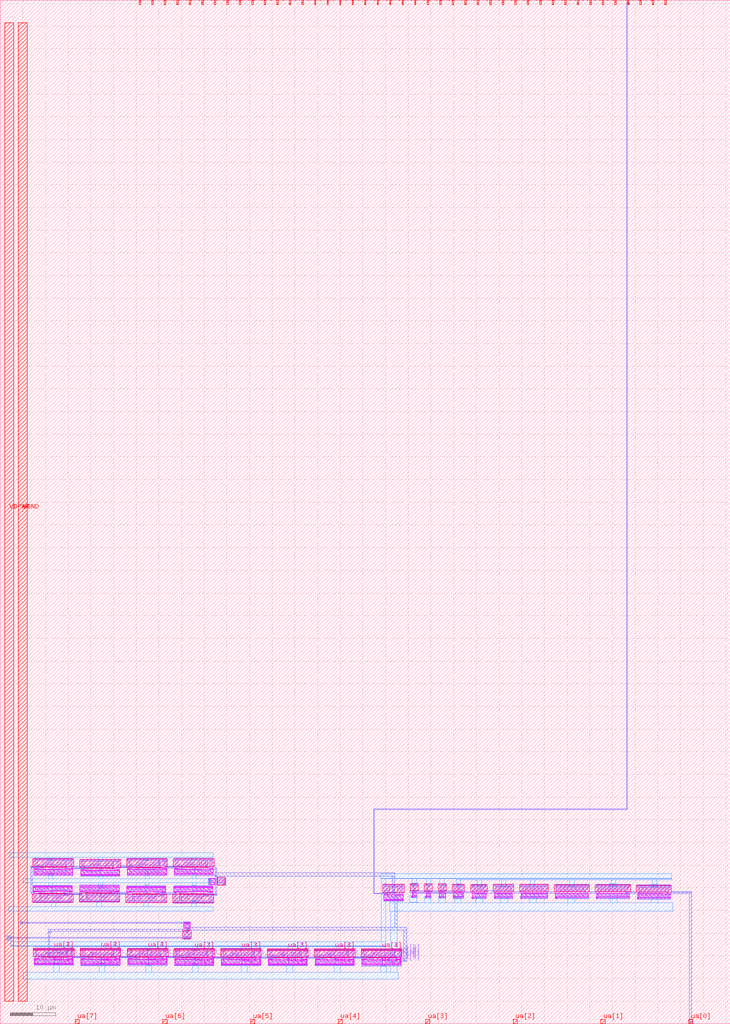
<source format=lef>
VERSION 5.7 ;
  NOWIREEXTENSIONATPIN ON ;
  DIVIDERCHAR "/" ;
  BUSBITCHARS "[]" ;
MACRO tt_um_ohmy90_ringOscillator
  CLASS BLOCK ;
  FOREIGN tt_um_ohmy90_ringOscillator ;
  ORIGIN 0.000 0.000 ;
  SIZE 161.000 BY 225.760 ;
  PIN clk
    DIRECTION INPUT ;
    USE SIGNAL ;
    PORT
      LAYER met4 ;
        RECT 143.830 224.760 144.130 225.760 ;
    END
  END clk
  PIN ena
    DIRECTION INPUT ;
    USE SIGNAL ;
    PORT
      LAYER met4 ;
        RECT 146.590 224.760 146.890 225.760 ;
    END
    PORT
      LAYER li1 ;
        RECT 22.275 14.290 22.445 14.460 ;
    END
    PORT
      LAYER li1 ;
        RECT 11.965 14.310 12.135 14.480 ;
    END
    PORT
      LAYER li1 ;
        RECT 32.645 14.280 32.815 14.450 ;
    END
    PORT
      LAYER li1 ;
        RECT 42.955 14.260 43.125 14.430 ;
    END
    PORT
      LAYER li1 ;
        RECT 73.935 14.210 74.105 14.380 ;
    END
    PORT
      LAYER li1 ;
        RECT 84.245 14.190 84.415 14.360 ;
    END
    PORT
      LAYER li1 ;
        RECT 63.565 14.220 63.735 14.390 ;
    END
    PORT
      LAYER li1 ;
        RECT 53.255 14.240 53.425 14.410 ;
    END
  END ena
  PIN rst_n
    DIRECTION INPUT ;
    USE SIGNAL ;
    PORT
      LAYER met4 ;
        RECT 141.070 224.760 141.370 225.760 ;
    END
    PORT
      LAYER li1 ;
        RECT 24.675 14.660 24.845 14.830 ;
    END
    PORT
      LAYER li1 ;
        RECT 14.365 14.680 14.535 14.850 ;
    END
    PORT
      LAYER li1 ;
        RECT 35.045 14.650 35.215 14.820 ;
    END
    PORT
      LAYER li1 ;
        RECT 45.355 14.630 45.525 14.800 ;
    END
    PORT
      LAYER li1 ;
        RECT 76.335 14.580 76.505 14.750 ;
    END
    PORT
      LAYER li1 ;
        RECT 86.645 14.560 86.815 14.730 ;
    END
    PORT
      LAYER li1 ;
        RECT 65.965 14.590 66.135 14.760 ;
    END
    PORT
      LAYER li1 ;
        RECT 55.655 14.610 55.825 14.780 ;
    END
  END rst_n
  PIN ua[0]
    DIRECTION INOUT ;
    USE SIGNAL ;
    ANTENNADIFFAREA 3.564000 ;
    PORT
      LAYER met4 ;
        RECT 151.810 0.000 152.710 1.000 ;
    END
    PORT
      LAYER met1 ;
        RECT 11.485 14.680 11.655 14.850 ;
    END
  END ua[0]
  PIN ua[1]
    DIRECTION INOUT ;
    USE SIGNAL ;
    PORT
      LAYER met4 ;
        RECT 132.490 0.000 133.390 1.000 ;
    END
    PORT
      LAYER met1 ;
        RECT 17.800 13.080 26.440 13.325 ;
    END
    PORT
      LAYER met1 ;
        RECT 7.490 13.100 16.130 13.345 ;
    END
    PORT
      LAYER met1 ;
        RECT 28.170 13.070 36.810 13.315 ;
    END
    PORT
      LAYER met1 ;
        RECT 38.480 13.050 47.120 13.295 ;
    END
    PORT
      LAYER met1 ;
        RECT 69.460 13.000 78.100 13.245 ;
    END
    PORT
      LAYER met1 ;
        RECT 79.770 12.980 88.410 13.225 ;
    END
    PORT
      LAYER met1 ;
        RECT 59.090 13.010 67.730 13.255 ;
    END
    PORT
      LAYER met1 ;
        RECT 48.780 13.030 57.420 13.275 ;
    END
  END ua[1]
  PIN ua[2]
    DIRECTION INOUT ;
    USE SIGNAL ;
    PORT
      LAYER met4 ;
        RECT 113.170 0.000 114.070 1.000 ;
    END
    PORT
      LAYER pwell ;
        RECT 17.800 13.080 26.440 13.325 ;
    END
    PORT
      LAYER pwell ;
        RECT 7.490 13.100 16.130 13.345 ;
    END
    PORT
      LAYER pwell ;
        RECT 28.170 13.070 36.810 13.315 ;
    END
    PORT
      LAYER pwell ;
        RECT 38.480 13.050 47.120 13.295 ;
    END
    PORT
      LAYER pwell ;
        RECT 69.460 13.000 78.100 13.245 ;
    END
    PORT
      LAYER pwell ;
        RECT 79.770 12.980 88.410 13.225 ;
    END
    PORT
      LAYER pwell ;
        RECT 59.090 13.010 67.730 13.255 ;
    END
    PORT
      LAYER pwell ;
        RECT 48.780 13.030 57.420 13.275 ;
    END
  END ua[2]
  PIN ua[3]
    DIRECTION INOUT ;
    USE SIGNAL ;
    PORT
      LAYER met4 ;
        RECT 93.850 0.000 94.750 1.000 ;
    END
    PORT
      LAYER nwell ;
        RECT 17.800 16.165 26.440 16.410 ;
    END
    PORT
      LAYER nwell ;
        RECT 7.490 16.185 16.130 16.430 ;
    END
    PORT
      LAYER nwell ;
        RECT 28.170 16.155 36.810 16.400 ;
    END
    PORT
      LAYER nwell ;
        RECT 38.480 16.135 47.120 16.380 ;
    END
    PORT
      LAYER nwell ;
        RECT 69.460 16.085 78.100 16.330 ;
    END
    PORT
      LAYER nwell ;
        RECT 79.770 16.065 88.410 16.310 ;
    END
    PORT
      LAYER nwell ;
        RECT 59.090 16.095 67.730 16.340 ;
    END
    PORT
      LAYER nwell ;
        RECT 48.780 16.115 57.420 16.360 ;
    END
  END ua[3]
  PIN ua[4]
    DIRECTION INOUT ;
    USE SIGNAL ;
    PORT
      LAYER met4 ;
        RECT 74.530 0.000 75.430 1.000 ;
    END
    PORT
      LAYER met1 ;
        RECT 17.800 16.165 26.440 16.410 ;
    END
    PORT
      LAYER met1 ;
        RECT 7.490 16.185 16.130 16.430 ;
    END
    PORT
      LAYER met1 ;
        RECT 28.170 16.155 36.810 16.400 ;
    END
    PORT
      LAYER met1 ;
        RECT 38.480 16.135 47.120 16.380 ;
    END
    PORT
      LAYER met1 ;
        RECT 69.460 16.085 78.100 16.330 ;
    END
    PORT
      LAYER met1 ;
        RECT 79.770 16.065 88.410 16.310 ;
    END
    PORT
      LAYER met1 ;
        RECT 59.090 16.095 67.730 16.340 ;
    END
    PORT
      LAYER met1 ;
        RECT 48.780 16.115 57.420 16.360 ;
    END
  END ua[4]
  PIN ua[5]
    DIRECTION INOUT ;
    USE SIGNAL ;
    PORT
      LAYER met4 ;
        RECT 55.210 0.000 56.110 1.000 ;
    END
    PORT
      LAYER li1 ;
        RECT 88.085 13.450 88.255 13.620 ;
    END
    PORT
      LAYER li1 ;
        RECT 88.085 13.820 88.255 13.990 ;
    END
    PORT
      LAYER li1 ;
        RECT 88.085 14.190 88.255 14.360 ;
    END
    PORT
      LAYER li1 ;
        RECT 88.085 14.560 88.255 14.730 ;
    END
    PORT
      LAYER li1 ;
        RECT 88.085 14.930 88.255 15.100 ;
    END
    PORT
      LAYER li1 ;
        RECT 88.085 15.300 88.255 15.470 ;
    END
    PORT
      LAYER li1 ;
        RECT 88.085 15.670 88.255 15.840 ;
    END
  END ua[5]
  PIN ua[6]
    DIRECTION INOUT ;
    USE SIGNAL ;
    PORT
      LAYER met4 ;
        RECT 35.890 0.000 36.790 1.000 ;
    END
    PORT
      LAYER li1 ;
        RECT 17.955 13.550 18.125 13.720 ;
    END
    PORT
      LAYER li1 ;
        RECT 17.955 13.920 18.125 14.090 ;
    END
    PORT
      LAYER li1 ;
        RECT 7.645 13.570 7.815 13.740 ;
    END
    PORT
      LAYER li1 ;
        RECT 7.645 13.940 7.815 14.110 ;
    END
    PORT
      LAYER li1 ;
        RECT 28.325 13.910 28.495 14.080 ;
    END
    PORT
      LAYER li1 ;
        RECT 28.325 13.540 28.495 13.710 ;
    END
    PORT
      LAYER li1 ;
        RECT 38.635 13.890 38.805 14.060 ;
    END
    PORT
      LAYER li1 ;
        RECT 38.635 13.520 38.805 13.690 ;
    END
    PORT
      LAYER li1 ;
        RECT 69.615 13.470 69.785 13.640 ;
    END
    PORT
      LAYER li1 ;
        RECT 69.615 13.840 69.785 14.010 ;
    END
    PORT
      LAYER li1 ;
        RECT 79.925 13.450 80.095 13.620 ;
    END
    PORT
      LAYER li1 ;
        RECT 79.925 13.820 80.095 13.990 ;
    END
    PORT
      LAYER li1 ;
        RECT 59.245 13.480 59.415 13.650 ;
    END
    PORT
      LAYER li1 ;
        RECT 59.245 13.850 59.415 14.020 ;
    END
    PORT
      LAYER li1 ;
        RECT 48.935 13.500 49.105 13.670 ;
    END
    PORT
      LAYER li1 ;
        RECT 48.935 13.870 49.105 14.040 ;
    END
  END ua[6]
  PIN ua[7]
    DIRECTION INOUT ;
    USE SIGNAL ;
    PORT
      LAYER met4 ;
        RECT 16.570 0.000 17.470 1.000 ;
    END
  END ua[7]
  PIN ui_in[0]
    DIRECTION INPUT ;
    USE SIGNAL ;
    ANTENNAGATEAREA 0.469500 ;
    PORT
      LAYER met4 ;
        RECT 138.310 224.760 138.610 225.760 ;
    END
  END ui_in[0]
  PIN ui_in[1]
    DIRECTION INPUT ;
    USE SIGNAL ;
    PORT
      LAYER met4 ;
        RECT 135.550 224.760 135.850 225.760 ;
    END
  END ui_in[1]
  PIN ui_in[2]
    DIRECTION INPUT ;
    USE SIGNAL ;
    PORT
      LAYER met4 ;
        RECT 132.790 224.760 133.090 225.760 ;
    END
  END ui_in[2]
  PIN ui_in[3]
    DIRECTION INPUT ;
    USE SIGNAL ;
    PORT
      LAYER met4 ;
        RECT 130.030 224.760 130.330 225.760 ;
    END
  END ui_in[3]
  PIN ui_in[4]
    DIRECTION INPUT ;
    USE SIGNAL ;
    PORT
      LAYER met4 ;
        RECT 127.270 224.760 127.570 225.760 ;
    END
  END ui_in[4]
  PIN ui_in[5]
    DIRECTION INPUT ;
    USE SIGNAL ;
    PORT
      LAYER met4 ;
        RECT 124.510 224.760 124.810 225.760 ;
    END
  END ui_in[5]
  PIN ui_in[6]
    DIRECTION INPUT ;
    USE SIGNAL ;
    PORT
      LAYER met4 ;
        RECT 121.750 224.760 122.050 225.760 ;
    END
  END ui_in[6]
  PIN ui_in[7]
    DIRECTION INPUT ;
    USE SIGNAL ;
    PORT
      LAYER met4 ;
        RECT 118.990 224.760 119.290 225.760 ;
    END
  END ui_in[7]
  PIN uio_in[0]
    DIRECTION INPUT ;
    USE SIGNAL ;
    PORT
      LAYER met4 ;
        RECT 116.230 224.760 116.530 225.760 ;
    END
  END uio_in[0]
  PIN uio_in[1]
    DIRECTION INPUT ;
    USE SIGNAL ;
    PORT
      LAYER met4 ;
        RECT 113.470 224.760 113.770 225.760 ;
    END
  END uio_in[1]
  PIN uio_in[2]
    DIRECTION INPUT ;
    USE SIGNAL ;
    PORT
      LAYER met4 ;
        RECT 110.710 224.760 111.010 225.760 ;
    END
  END uio_in[2]
  PIN uio_in[3]
    DIRECTION INPUT ;
    USE SIGNAL ;
    PORT
      LAYER met4 ;
        RECT 107.950 224.760 108.250 225.760 ;
    END
  END uio_in[3]
  PIN uio_in[4]
    DIRECTION INPUT ;
    USE SIGNAL ;
    PORT
      LAYER met4 ;
        RECT 105.190 224.760 105.490 225.760 ;
    END
  END uio_in[4]
  PIN uio_in[5]
    DIRECTION INPUT ;
    USE SIGNAL ;
    PORT
      LAYER met4 ;
        RECT 102.430 224.760 102.730 225.760 ;
    END
  END uio_in[5]
  PIN uio_in[6]
    DIRECTION INPUT ;
    USE SIGNAL ;
    PORT
      LAYER met4 ;
        RECT 99.670 224.760 99.970 225.760 ;
    END
  END uio_in[6]
  PIN uio_in[7]
    DIRECTION INPUT ;
    USE SIGNAL ;
    PORT
      LAYER met4 ;
        RECT 96.910 224.760 97.210 225.760 ;
    END
  END uio_in[7]
  PIN uio_oe[0]
    DIRECTION OUTPUT ;
    USE SIGNAL ;
    PORT
      LAYER met4 ;
        RECT 49.990 224.760 50.290 225.760 ;
    END
  END uio_oe[0]
  PIN uio_oe[1]
    DIRECTION OUTPUT ;
    USE SIGNAL ;
    PORT
      LAYER met4 ;
        RECT 47.230 224.760 47.530 225.760 ;
    END
  END uio_oe[1]
  PIN uio_oe[2]
    DIRECTION OUTPUT ;
    USE SIGNAL ;
    PORT
      LAYER met4 ;
        RECT 44.470 224.760 44.770 225.760 ;
    END
  END uio_oe[2]
  PIN uio_oe[3]
    DIRECTION OUTPUT ;
    USE SIGNAL ;
    PORT
      LAYER met4 ;
        RECT 41.710 224.760 42.010 225.760 ;
    END
  END uio_oe[3]
  PIN uio_oe[4]
    DIRECTION OUTPUT ;
    USE SIGNAL ;
    PORT
      LAYER met4 ;
        RECT 38.950 224.760 39.250 225.760 ;
    END
  END uio_oe[4]
  PIN uio_oe[5]
    DIRECTION OUTPUT ;
    USE SIGNAL ;
    PORT
      LAYER met4 ;
        RECT 36.190 224.760 36.490 225.760 ;
    END
  END uio_oe[5]
  PIN uio_oe[6]
    DIRECTION OUTPUT ;
    USE SIGNAL ;
    PORT
      LAYER met4 ;
        RECT 33.430 224.760 33.730 225.760 ;
    END
  END uio_oe[6]
  PIN uio_oe[7]
    DIRECTION OUTPUT ;
    USE SIGNAL ;
    PORT
      LAYER met4 ;
        RECT 30.670 224.760 30.970 225.760 ;
    END
  END uio_oe[7]
  PIN uio_out[0]
    DIRECTION OUTPUT ;
    USE SIGNAL ;
    PORT
      LAYER met4 ;
        RECT 72.070 224.760 72.370 225.760 ;
    END
  END uio_out[0]
  PIN uio_out[1]
    DIRECTION OUTPUT ;
    USE SIGNAL ;
    PORT
      LAYER met4 ;
        RECT 69.310 224.760 69.610 225.760 ;
    END
  END uio_out[1]
  PIN uio_out[2]
    DIRECTION OUTPUT ;
    USE SIGNAL ;
    PORT
      LAYER met4 ;
        RECT 66.550 224.760 66.850 225.760 ;
    END
  END uio_out[2]
  PIN uio_out[3]
    DIRECTION OUTPUT ;
    USE SIGNAL ;
    PORT
      LAYER met4 ;
        RECT 63.790 224.760 64.090 225.760 ;
    END
  END uio_out[3]
  PIN uio_out[4]
    DIRECTION OUTPUT ;
    USE SIGNAL ;
    PORT
      LAYER met4 ;
        RECT 61.030 224.760 61.330 225.760 ;
    END
  END uio_out[4]
  PIN uio_out[5]
    DIRECTION OUTPUT ;
    USE SIGNAL ;
    PORT
      LAYER met4 ;
        RECT 58.270 224.760 58.570 225.760 ;
    END
  END uio_out[5]
  PIN uio_out[6]
    DIRECTION OUTPUT ;
    USE SIGNAL ;
    PORT
      LAYER met4 ;
        RECT 55.510 224.760 55.810 225.760 ;
    END
  END uio_out[6]
  PIN uio_out[7]
    DIRECTION OUTPUT ;
    USE SIGNAL ;
    PORT
      LAYER met4 ;
        RECT 52.750 224.760 53.050 225.760 ;
    END
  END uio_out[7]
  PIN uo_out[0]
    DIRECTION OUTPUT ;
    USE SIGNAL ;
    PORT
      LAYER met4 ;
        RECT 94.150 224.760 94.450 225.760 ;
    END
  END uo_out[0]
  PIN uo_out[1]
    DIRECTION OUTPUT ;
    USE SIGNAL ;
    PORT
      LAYER met4 ;
        RECT 91.390 224.760 91.690 225.760 ;
    END
  END uo_out[1]
  PIN uo_out[2]
    DIRECTION OUTPUT ;
    USE SIGNAL ;
    PORT
      LAYER met4 ;
        RECT 88.630 224.760 88.930 225.760 ;
    END
  END uo_out[2]
  PIN uo_out[3]
    DIRECTION OUTPUT ;
    USE SIGNAL ;
    PORT
      LAYER met4 ;
        RECT 85.870 224.760 86.170 225.760 ;
    END
  END uo_out[3]
  PIN uo_out[4]
    DIRECTION OUTPUT ;
    USE SIGNAL ;
    PORT
      LAYER met4 ;
        RECT 83.110 224.760 83.410 225.760 ;
    END
  END uo_out[4]
  PIN uo_out[5]
    DIRECTION OUTPUT ;
    USE SIGNAL ;
    PORT
      LAYER met4 ;
        RECT 80.350 224.760 80.650 225.760 ;
    END
  END uo_out[5]
  PIN uo_out[6]
    DIRECTION OUTPUT ;
    USE SIGNAL ;
    PORT
      LAYER met4 ;
        RECT 77.590 224.760 77.890 225.760 ;
    END
  END uo_out[6]
  PIN uo_out[7]
    DIRECTION OUTPUT ;
    USE SIGNAL ;
    PORT
      LAYER met4 ;
        RECT 74.830 224.760 75.130 225.760 ;
    END
  END uo_out[7]
  PIN VDPWR
    DIRECTION INOUT ;
    USE POWER ;
    PORT
      LAYER met4 ;
        RECT 1.000 5.000 3.000 220.760 ;
    END
  END VDPWR
  PIN VGND
    DIRECTION INOUT ;
    USE GROUND ;
    PORT
      LAYER met4 ;
        RECT 4.000 5.000 6.000 220.760 ;
    END
  END VGND
  OBS
      LAYER nwell ;
        RECT 7.150 34.575 16.170 36.435 ;
        RECT 8.840 34.470 14.820 34.575 ;
        RECT 17.560 34.415 26.580 36.275 ;
        RECT 27.860 34.555 36.880 36.415 ;
        RECT 38.170 34.585 47.190 36.445 ;
        RECT 29.550 34.450 35.530 34.555 ;
        RECT 39.860 34.480 45.840 34.585 ;
        RECT 19.250 34.310 25.230 34.415 ;
      LAYER pwell ;
        RECT 7.345 34.060 8.290 34.155 ;
        RECT 15.030 34.060 15.975 34.155 ;
        RECT 7.345 33.160 15.975 34.060 ;
        RECT 28.055 34.040 29.000 34.135 ;
        RECT 35.740 34.040 36.685 34.135 ;
        RECT 17.755 33.900 18.700 33.995 ;
        RECT 25.440 33.900 26.385 33.995 ;
        RECT 7.340 32.915 15.980 33.160 ;
        RECT 17.755 33.000 26.385 33.900 ;
        RECT 28.055 33.140 36.685 34.040 ;
        RECT 38.365 34.070 39.310 34.165 ;
        RECT 46.050 34.070 46.995 34.165 ;
        RECT 38.365 33.170 46.995 34.070 ;
        RECT 17.750 32.755 26.390 33.000 ;
        RECT 28.050 32.895 36.690 33.140 ;
        RECT 38.360 32.925 47.000 33.170 ;
        RECT 46.145 32.120 46.390 32.140 ;
        RECT 46.145 30.710 47.385 32.120 ;
        RECT 46.145 30.700 46.390 30.710 ;
      LAYER nwell ;
        RECT 47.805 30.510 49.665 32.330 ;
      LAYER pwell ;
        RECT 7.260 30.070 15.900 30.315 ;
        RECT 17.580 30.150 26.220 30.395 ;
        RECT 7.265 29.170 15.895 30.070 ;
        RECT 7.265 29.075 8.210 29.170 ;
        RECT 14.950 29.075 15.895 29.170 ;
        RECT 17.585 29.250 26.215 30.150 ;
        RECT 27.890 29.990 36.530 30.235 ;
        RECT 17.585 29.155 18.530 29.250 ;
        RECT 25.270 29.155 26.215 29.250 ;
        RECT 27.895 29.090 36.525 29.990 ;
        RECT 38.260 29.960 46.900 30.205 ;
        RECT 27.895 28.995 28.840 29.090 ;
        RECT 35.580 28.995 36.525 29.090 ;
        RECT 38.265 29.060 46.895 29.960 ;
        RECT 38.265 28.965 39.210 29.060 ;
        RECT 45.950 28.965 46.895 29.060 ;
      LAYER nwell ;
        RECT 84.400 28.900 89.100 30.760 ;
        RECT 90.420 29.305 92.180 30.910 ;
        RECT 93.530 29.235 95.290 30.840 ;
        RECT 96.650 29.225 98.410 30.830 ;
        RECT 99.690 29.165 102.370 30.770 ;
        RECT 103.810 29.095 107.410 30.700 ;
        RECT 108.720 29.115 113.240 30.720 ;
        RECT 114.540 29.115 120.900 30.720 ;
        RECT 122.190 29.065 129.930 30.670 ;
        RECT 131.270 29.065 139.010 30.670 ;
        RECT 8.420 28.655 14.400 28.760 ;
        RECT 18.740 28.735 24.720 28.840 ;
        RECT 7.070 26.795 16.090 28.655 ;
        RECT 17.390 26.875 26.410 28.735 ;
        RECT 29.050 28.575 35.030 28.680 ;
        RECT 27.700 26.715 36.720 28.575 ;
        RECT 39.420 28.545 45.400 28.650 ;
        RECT 38.070 26.685 47.090 28.545 ;
      LAYER pwell ;
        RECT 84.595 27.485 88.895 28.480 ;
        RECT 90.820 28.105 91.750 29.015 ;
      LAYER nwell ;
        RECT 140.300 28.975 148.040 30.580 ;
      LAYER pwell ;
        RECT 90.820 28.085 90.925 28.105 ;
        RECT 90.755 27.915 90.925 28.085 ;
        RECT 93.930 28.035 94.860 28.945 ;
        RECT 93.930 28.015 94.035 28.035 ;
        RECT 96.855 28.025 98.205 28.935 ;
        RECT 93.865 27.845 94.035 28.015 ;
        RECT 96.985 27.835 97.155 28.025 ;
        RECT 99.935 27.965 102.125 28.875 ;
        RECT 100.025 27.775 100.195 27.965 ;
        RECT 104.055 27.895 107.215 28.805 ;
        RECT 109.080 27.915 112.950 28.825 ;
        RECT 114.900 27.915 120.705 28.825 ;
        RECT 109.080 27.895 109.225 27.915 ;
        RECT 114.900 27.895 115.045 27.915 ;
        RECT 104.145 27.705 104.315 27.895 ;
        RECT 109.055 27.725 109.225 27.895 ;
        RECT 114.875 27.725 115.045 27.895 ;
        RECT 122.450 27.865 129.680 28.775 ;
        RECT 131.530 27.865 138.760 28.775 ;
        RECT 122.525 27.675 122.695 27.865 ;
        RECT 131.605 27.675 131.775 27.865 ;
        RECT 140.560 27.775 147.790 28.685 ;
        RECT 140.635 27.585 140.805 27.775 ;
        RECT 84.590 27.240 88.910 27.485 ;
        RECT 40.490 22.015 41.930 22.260 ;
        RECT 40.500 21.020 41.910 22.015 ;
      LAYER nwell ;
        RECT 40.300 18.740 42.120 20.600 ;
        RECT 7.300 16.430 16.320 16.620 ;
        RECT 7.300 16.185 7.490 16.430 ;
        RECT 16.130 16.185 16.320 16.430 ;
        RECT 7.300 14.760 16.320 16.185 ;
        RECT 17.610 16.410 26.630 16.600 ;
        RECT 17.610 16.165 17.800 16.410 ;
        RECT 26.440 16.165 26.630 16.410 ;
        RECT 8.990 14.655 14.970 14.760 ;
        RECT 17.610 14.740 26.630 16.165 ;
        RECT 27.980 16.400 37.000 16.590 ;
        RECT 27.980 16.155 28.170 16.400 ;
        RECT 36.810 16.155 37.000 16.400 ;
        RECT 19.300 14.635 25.280 14.740 ;
        RECT 27.980 14.730 37.000 16.155 ;
        RECT 38.290 16.380 47.310 16.570 ;
        RECT 38.290 16.135 38.480 16.380 ;
        RECT 47.120 16.135 47.310 16.380 ;
        RECT 29.670 14.625 35.650 14.730 ;
        RECT 38.290 14.710 47.310 16.135 ;
        RECT 48.590 16.360 57.610 16.550 ;
        RECT 48.590 16.115 48.780 16.360 ;
        RECT 57.420 16.115 57.610 16.360 ;
        RECT 39.980 14.605 45.960 14.710 ;
        RECT 48.590 14.690 57.610 16.115 ;
        RECT 58.900 16.340 67.920 16.530 ;
        RECT 58.900 16.095 59.090 16.340 ;
        RECT 67.730 16.095 67.920 16.340 ;
        RECT 50.280 14.585 56.260 14.690 ;
        RECT 58.900 14.670 67.920 16.095 ;
        RECT 69.270 16.330 78.290 16.520 ;
        RECT 69.270 16.085 69.460 16.330 ;
        RECT 78.100 16.085 78.290 16.330 ;
        RECT 60.590 14.565 66.570 14.670 ;
        RECT 69.270 14.660 78.290 16.085 ;
        RECT 79.580 16.310 88.600 16.500 ;
        RECT 79.580 16.065 79.770 16.310 ;
        RECT 88.410 16.065 88.600 16.310 ;
        RECT 70.960 14.555 76.940 14.660 ;
        RECT 79.580 14.640 88.600 16.065 ;
        RECT 81.270 14.535 87.250 14.640 ;
      LAYER pwell ;
        RECT 7.495 14.245 8.440 14.340 ;
        RECT 15.180 14.245 16.125 14.340 ;
        RECT 7.495 13.345 16.125 14.245 ;
        RECT 17.805 14.225 18.750 14.320 ;
        RECT 25.490 14.225 26.435 14.320 ;
        RECT 17.805 13.325 26.435 14.225 ;
        RECT 28.175 14.215 29.120 14.310 ;
        RECT 35.860 14.215 36.805 14.310 ;
        RECT 28.175 13.315 36.805 14.215 ;
        RECT 38.485 14.195 39.430 14.290 ;
        RECT 46.170 14.195 47.115 14.290 ;
        RECT 38.485 13.295 47.115 14.195 ;
        RECT 48.785 14.175 49.730 14.270 ;
        RECT 56.470 14.175 57.415 14.270 ;
        RECT 48.785 13.275 57.415 14.175 ;
        RECT 59.095 14.155 60.040 14.250 ;
        RECT 66.780 14.155 67.725 14.250 ;
        RECT 59.095 13.255 67.725 14.155 ;
        RECT 69.465 14.145 70.410 14.240 ;
        RECT 77.150 14.145 78.095 14.240 ;
        RECT 69.465 13.245 78.095 14.145 ;
        RECT 79.775 14.125 80.720 14.220 ;
        RECT 87.460 14.125 88.405 14.220 ;
        RECT 79.775 13.225 88.405 14.125 ;
      LAYER li1 ;
        RECT 7.340 36.160 15.980 36.330 ;
        RECT 7.425 34.735 7.695 35.895 ;
        RECT 7.895 34.965 8.225 36.160 ;
        RECT 9.420 35.035 9.750 35.670 ;
        RECT 8.395 34.865 9.750 35.035 ;
        RECT 9.950 35.375 10.200 35.670 ;
        RECT 10.420 35.545 10.750 36.160 ;
        RECT 10.940 35.375 11.270 35.670 ;
        RECT 9.950 35.205 11.270 35.375 ;
        RECT 11.445 35.220 11.775 36.160 ;
        RECT 9.950 34.880 10.200 35.205 ;
        RECT 12.410 35.035 12.835 35.670 ;
        RECT 8.395 34.795 8.565 34.865 ;
        RECT 7.425 34.045 7.595 34.735 ;
        RECT 7.875 34.625 8.565 34.795 ;
        RECT 7.875 34.545 8.045 34.625 ;
        RECT 7.765 34.215 8.045 34.545 ;
        RECT 8.905 34.490 9.135 34.695 ;
        RECT 9.420 34.660 9.750 34.865 ;
        RECT 10.370 34.865 12.835 35.035 ;
        RECT 13.005 35.170 13.290 35.670 ;
        RECT 13.460 35.415 14.165 36.160 ;
        RECT 14.340 35.170 14.660 35.745 ;
        RECT 13.005 35.000 14.660 35.170 ;
        RECT 14.330 34.865 14.660 35.000 ;
        RECT 10.370 34.710 10.540 34.865 ;
        RECT 9.920 34.540 10.540 34.710 ;
        RECT 12.665 34.830 12.835 34.865 ;
        RECT 9.920 34.490 10.090 34.540 ;
        RECT 7.425 33.265 7.705 34.045 ;
        RECT 7.875 33.665 8.045 34.215 ;
        RECT 8.225 34.135 8.555 34.455 ;
        RECT 8.905 34.175 9.455 34.490 ;
        RECT 9.665 34.175 10.090 34.490 ;
        RECT 8.385 34.005 8.555 34.135 ;
        RECT 10.640 34.005 10.970 34.370 ;
        RECT 11.180 34.175 11.535 34.695 ;
        RECT 12.265 34.490 12.495 34.695 ;
        RECT 12.665 34.660 13.890 34.830 ;
        RECT 15.095 34.735 15.425 36.160 ;
        RECT 17.750 36.000 26.390 36.170 ;
        RECT 28.050 36.140 36.690 36.310 ;
        RECT 38.360 36.170 47.000 36.340 ;
        RECT 11.720 34.020 12.050 34.370 ;
        RECT 12.265 34.190 12.980 34.490 ;
        RECT 13.150 34.235 13.550 34.490 ;
        RECT 13.150 34.020 13.320 34.235 ;
        RECT 13.720 34.065 13.890 34.660 ;
        RECT 14.140 34.235 14.810 34.695 ;
        RECT 15.050 34.065 15.380 34.465 ;
        RECT 11.720 34.005 13.320 34.020 ;
        RECT 8.385 33.850 13.320 34.005 ;
        RECT 13.490 33.895 15.380 34.065 ;
        RECT 15.625 34.045 15.880 35.895 ;
        RECT 8.385 33.835 12.050 33.850 ;
        RECT 13.490 33.680 13.660 33.895 ;
        RECT 7.875 33.495 9.610 33.665 ;
        RECT 7.965 33.000 8.320 33.325 ;
        RECT 9.280 33.270 9.610 33.495 ;
        RECT 9.820 33.495 11.250 33.665 ;
        RECT 9.820 33.335 10.230 33.495 ;
        RECT 10.920 33.335 11.250 33.495 ;
        RECT 10.410 33.000 10.740 33.325 ;
        RECT 11.420 33.000 11.895 33.625 ;
        RECT 12.385 33.510 13.660 33.680 ;
        RECT 13.830 33.555 14.930 33.725 ;
        RECT 12.385 33.350 12.715 33.510 ;
        RECT 13.830 33.340 14.000 33.555 ;
        RECT 14.600 33.395 14.930 33.555 ;
        RECT 12.895 33.170 14.000 33.340 ;
        RECT 14.170 33.000 14.420 33.385 ;
        RECT 15.120 33.000 15.370 33.685 ;
        RECT 15.550 33.265 15.880 34.045 ;
        RECT 17.835 34.575 18.105 35.735 ;
        RECT 18.305 34.805 18.635 36.000 ;
        RECT 19.830 34.875 20.160 35.510 ;
        RECT 18.805 34.705 20.160 34.875 ;
        RECT 20.360 35.215 20.610 35.510 ;
        RECT 20.830 35.385 21.160 36.000 ;
        RECT 21.350 35.215 21.680 35.510 ;
        RECT 20.360 35.045 21.680 35.215 ;
        RECT 21.855 35.060 22.185 36.000 ;
        RECT 20.360 34.720 20.610 35.045 ;
        RECT 22.820 34.875 23.245 35.510 ;
        RECT 18.805 34.635 18.975 34.705 ;
        RECT 17.835 33.885 18.005 34.575 ;
        RECT 18.285 34.465 18.975 34.635 ;
        RECT 18.285 34.385 18.455 34.465 ;
        RECT 18.175 34.055 18.455 34.385 ;
        RECT 19.315 34.330 19.545 34.535 ;
        RECT 19.830 34.500 20.160 34.705 ;
        RECT 20.780 34.705 23.245 34.875 ;
        RECT 23.415 35.010 23.700 35.510 ;
        RECT 23.870 35.255 24.575 36.000 ;
        RECT 24.750 35.010 25.070 35.585 ;
        RECT 23.415 34.840 25.070 35.010 ;
        RECT 24.740 34.705 25.070 34.840 ;
        RECT 20.780 34.550 20.950 34.705 ;
        RECT 20.330 34.380 20.950 34.550 ;
        RECT 23.075 34.670 23.245 34.705 ;
        RECT 20.330 34.330 20.500 34.380 ;
        RECT 17.835 33.105 18.115 33.885 ;
        RECT 18.285 33.505 18.455 34.055 ;
        RECT 18.635 33.975 18.965 34.295 ;
        RECT 19.315 34.015 19.865 34.330 ;
        RECT 20.075 34.015 20.500 34.330 ;
        RECT 18.795 33.845 18.965 33.975 ;
        RECT 21.050 33.845 21.380 34.210 ;
        RECT 21.590 34.015 21.945 34.535 ;
        RECT 22.675 34.330 22.905 34.535 ;
        RECT 23.075 34.500 24.300 34.670 ;
        RECT 25.505 34.575 25.835 36.000 ;
        RECT 22.130 33.860 22.460 34.210 ;
        RECT 22.675 34.030 23.390 34.330 ;
        RECT 23.560 34.075 23.960 34.330 ;
        RECT 23.560 33.860 23.730 34.075 ;
        RECT 24.130 33.905 24.300 34.500 ;
        RECT 24.550 34.075 25.220 34.535 ;
        RECT 25.460 33.905 25.790 34.305 ;
        RECT 22.130 33.845 23.730 33.860 ;
        RECT 18.795 33.690 23.730 33.845 ;
        RECT 23.900 33.735 25.790 33.905 ;
        RECT 26.035 33.885 26.290 35.735 ;
        RECT 18.795 33.675 22.460 33.690 ;
        RECT 23.900 33.520 24.070 33.735 ;
        RECT 18.285 33.335 20.020 33.505 ;
        RECT 7.340 32.830 15.980 33.000 ;
        RECT 18.375 32.840 18.730 33.165 ;
        RECT 19.690 33.110 20.020 33.335 ;
        RECT 20.230 33.335 21.660 33.505 ;
        RECT 20.230 33.175 20.640 33.335 ;
        RECT 21.330 33.175 21.660 33.335 ;
        RECT 20.820 32.840 21.150 33.165 ;
        RECT 21.830 32.840 22.305 33.465 ;
        RECT 22.795 33.350 24.070 33.520 ;
        RECT 24.240 33.395 25.340 33.565 ;
        RECT 22.795 33.190 23.125 33.350 ;
        RECT 24.240 33.180 24.410 33.395 ;
        RECT 25.010 33.235 25.340 33.395 ;
        RECT 23.305 33.010 24.410 33.180 ;
        RECT 24.580 32.840 24.830 33.225 ;
        RECT 25.530 32.840 25.780 33.525 ;
        RECT 25.960 33.105 26.290 33.885 ;
        RECT 28.135 34.715 28.405 35.875 ;
        RECT 28.605 34.945 28.935 36.140 ;
        RECT 30.130 35.015 30.460 35.650 ;
        RECT 29.105 34.845 30.460 35.015 ;
        RECT 30.660 35.355 30.910 35.650 ;
        RECT 31.130 35.525 31.460 36.140 ;
        RECT 31.650 35.355 31.980 35.650 ;
        RECT 30.660 35.185 31.980 35.355 ;
        RECT 32.155 35.200 32.485 36.140 ;
        RECT 30.660 34.860 30.910 35.185 ;
        RECT 33.120 35.015 33.545 35.650 ;
        RECT 29.105 34.775 29.275 34.845 ;
        RECT 28.135 34.025 28.305 34.715 ;
        RECT 28.585 34.605 29.275 34.775 ;
        RECT 28.585 34.525 28.755 34.605 ;
        RECT 28.475 34.195 28.755 34.525 ;
        RECT 29.615 34.470 29.845 34.675 ;
        RECT 30.130 34.640 30.460 34.845 ;
        RECT 31.080 34.845 33.545 35.015 ;
        RECT 33.715 35.150 34.000 35.650 ;
        RECT 34.170 35.395 34.875 36.140 ;
        RECT 35.050 35.150 35.370 35.725 ;
        RECT 33.715 34.980 35.370 35.150 ;
        RECT 35.040 34.845 35.370 34.980 ;
        RECT 31.080 34.690 31.250 34.845 ;
        RECT 30.630 34.520 31.250 34.690 ;
        RECT 33.375 34.810 33.545 34.845 ;
        RECT 30.630 34.470 30.800 34.520 ;
        RECT 28.135 33.245 28.415 34.025 ;
        RECT 28.585 33.645 28.755 34.195 ;
        RECT 28.935 34.115 29.265 34.435 ;
        RECT 29.615 34.155 30.165 34.470 ;
        RECT 30.375 34.155 30.800 34.470 ;
        RECT 29.095 33.985 29.265 34.115 ;
        RECT 31.350 33.985 31.680 34.350 ;
        RECT 31.890 34.155 32.245 34.675 ;
        RECT 32.975 34.470 33.205 34.675 ;
        RECT 33.375 34.640 34.600 34.810 ;
        RECT 35.805 34.715 36.135 36.140 ;
        RECT 32.430 34.000 32.760 34.350 ;
        RECT 32.975 34.170 33.690 34.470 ;
        RECT 33.860 34.215 34.260 34.470 ;
        RECT 33.860 34.000 34.030 34.215 ;
        RECT 34.430 34.045 34.600 34.640 ;
        RECT 34.850 34.215 35.520 34.675 ;
        RECT 35.760 34.045 36.090 34.445 ;
        RECT 32.430 33.985 34.030 34.000 ;
        RECT 29.095 33.830 34.030 33.985 ;
        RECT 34.200 33.875 36.090 34.045 ;
        RECT 36.335 34.025 36.590 35.875 ;
        RECT 29.095 33.815 32.760 33.830 ;
        RECT 34.200 33.660 34.370 33.875 ;
        RECT 28.585 33.475 30.320 33.645 ;
        RECT 28.675 32.980 29.030 33.305 ;
        RECT 29.990 33.250 30.320 33.475 ;
        RECT 30.530 33.475 31.960 33.645 ;
        RECT 30.530 33.315 30.940 33.475 ;
        RECT 31.630 33.315 31.960 33.475 ;
        RECT 31.120 32.980 31.450 33.305 ;
        RECT 32.130 32.980 32.605 33.605 ;
        RECT 33.095 33.490 34.370 33.660 ;
        RECT 34.540 33.535 35.640 33.705 ;
        RECT 33.095 33.330 33.425 33.490 ;
        RECT 34.540 33.320 34.710 33.535 ;
        RECT 35.310 33.375 35.640 33.535 ;
        RECT 33.605 33.150 34.710 33.320 ;
        RECT 34.880 32.980 35.130 33.365 ;
        RECT 35.830 32.980 36.080 33.665 ;
        RECT 36.260 33.245 36.590 34.025 ;
        RECT 38.445 34.745 38.715 35.905 ;
        RECT 38.915 34.975 39.245 36.170 ;
        RECT 40.440 35.045 40.770 35.680 ;
        RECT 39.415 34.875 40.770 35.045 ;
        RECT 40.970 35.385 41.220 35.680 ;
        RECT 41.440 35.555 41.770 36.170 ;
        RECT 41.960 35.385 42.290 35.680 ;
        RECT 40.970 35.215 42.290 35.385 ;
        RECT 42.465 35.230 42.795 36.170 ;
        RECT 40.970 34.890 41.220 35.215 ;
        RECT 43.430 35.045 43.855 35.680 ;
        RECT 39.415 34.805 39.585 34.875 ;
        RECT 38.445 34.055 38.615 34.745 ;
        RECT 38.895 34.635 39.585 34.805 ;
        RECT 38.895 34.555 39.065 34.635 ;
        RECT 38.785 34.225 39.065 34.555 ;
        RECT 39.925 34.500 40.155 34.705 ;
        RECT 40.440 34.670 40.770 34.875 ;
        RECT 41.390 34.875 43.855 35.045 ;
        RECT 44.025 35.180 44.310 35.680 ;
        RECT 44.480 35.425 45.185 36.170 ;
        RECT 45.360 35.180 45.680 35.755 ;
        RECT 44.025 35.010 45.680 35.180 ;
        RECT 45.350 34.875 45.680 35.010 ;
        RECT 41.390 34.720 41.560 34.875 ;
        RECT 40.940 34.550 41.560 34.720 ;
        RECT 43.685 34.840 43.855 34.875 ;
        RECT 40.940 34.500 41.110 34.550 ;
        RECT 38.445 33.275 38.725 34.055 ;
        RECT 38.895 33.675 39.065 34.225 ;
        RECT 39.245 34.145 39.575 34.465 ;
        RECT 39.925 34.185 40.475 34.500 ;
        RECT 40.685 34.185 41.110 34.500 ;
        RECT 39.405 34.015 39.575 34.145 ;
        RECT 41.660 34.015 41.990 34.380 ;
        RECT 42.200 34.185 42.555 34.705 ;
        RECT 43.285 34.500 43.515 34.705 ;
        RECT 43.685 34.670 44.910 34.840 ;
        RECT 46.115 34.745 46.445 36.170 ;
        RECT 42.740 34.030 43.070 34.380 ;
        RECT 43.285 34.200 44.000 34.500 ;
        RECT 44.170 34.245 44.570 34.500 ;
        RECT 44.170 34.030 44.340 34.245 ;
        RECT 44.740 34.075 44.910 34.670 ;
        RECT 45.160 34.245 45.830 34.705 ;
        RECT 46.070 34.075 46.400 34.475 ;
        RECT 42.740 34.015 44.340 34.030 ;
        RECT 39.405 33.860 44.340 34.015 ;
        RECT 44.510 33.905 46.400 34.075 ;
        RECT 46.645 34.055 46.900 35.905 ;
        RECT 39.405 33.845 43.070 33.860 ;
        RECT 44.510 33.690 44.680 33.905 ;
        RECT 38.895 33.505 40.630 33.675 ;
        RECT 38.985 33.010 39.340 33.335 ;
        RECT 40.300 33.280 40.630 33.505 ;
        RECT 40.840 33.505 42.270 33.675 ;
        RECT 40.840 33.345 41.250 33.505 ;
        RECT 41.940 33.345 42.270 33.505 ;
        RECT 41.430 33.010 41.760 33.335 ;
        RECT 42.440 33.010 42.915 33.635 ;
        RECT 43.405 33.520 44.680 33.690 ;
        RECT 44.850 33.565 45.950 33.735 ;
        RECT 43.405 33.360 43.735 33.520 ;
        RECT 44.850 33.350 45.020 33.565 ;
        RECT 45.620 33.405 45.950 33.565 ;
        RECT 43.915 33.180 45.020 33.350 ;
        RECT 45.190 33.010 45.440 33.395 ;
        RECT 46.140 33.010 46.390 33.695 ;
        RECT 46.570 33.275 46.900 34.055 ;
        RECT 17.750 32.670 26.390 32.840 ;
        RECT 28.050 32.810 36.690 32.980 ;
        RECT 38.360 32.840 47.000 33.010 ;
        RECT 46.060 32.010 46.230 32.140 ;
        RECT 49.390 32.035 49.560 32.140 ;
        RECT 46.060 31.760 47.275 32.010 ;
        RECT 46.060 31.070 46.230 31.760 ;
        RECT 47.445 31.705 47.925 32.035 ;
        RECT 48.095 31.705 49.560 32.035 ;
        RECT 46.495 31.535 47.275 31.580 ;
        RECT 46.495 31.250 49.125 31.535 ;
        RECT 46.060 30.820 47.275 31.070 ;
        RECT 49.390 31.055 49.560 31.705 ;
        RECT 46.060 30.700 46.230 30.820 ;
        RECT 47.965 30.805 49.560 31.055 ;
        RECT 49.390 30.700 49.560 30.805 ;
        RECT 84.590 30.485 88.910 30.655 ;
        RECT 90.610 30.635 91.990 30.805 ;
        RECT 7.260 30.230 15.900 30.400 ;
        RECT 17.580 30.310 26.220 30.480 ;
        RECT 7.360 29.185 7.690 29.965 ;
        RECT 7.870 29.545 8.120 30.230 ;
        RECT 8.820 29.845 9.070 30.230 ;
        RECT 9.240 29.890 10.345 30.060 ;
        RECT 8.310 29.675 8.640 29.835 ;
        RECT 9.240 29.675 9.410 29.890 ;
        RECT 10.525 29.720 10.855 29.880 ;
        RECT 8.310 29.505 9.410 29.675 ;
        RECT 9.580 29.550 10.855 29.720 ;
        RECT 11.345 29.605 11.820 30.230 ;
        RECT 12.500 29.905 12.830 30.230 ;
        RECT 11.990 29.735 12.320 29.895 ;
        RECT 13.010 29.735 13.420 29.895 ;
        RECT 11.990 29.565 13.420 29.735 ;
        RECT 13.630 29.735 13.960 29.960 ;
        RECT 14.920 29.905 15.275 30.230 ;
        RECT 13.630 29.565 15.365 29.735 ;
        RECT 9.580 29.335 9.750 29.550 ;
        RECT 11.190 29.380 14.855 29.395 ;
        RECT 7.360 27.335 7.615 29.185 ;
        RECT 7.860 29.165 9.750 29.335 ;
        RECT 9.920 29.225 14.855 29.380 ;
        RECT 9.920 29.210 11.520 29.225 ;
        RECT 7.860 28.765 8.190 29.165 ;
        RECT 8.430 28.535 9.100 28.995 ;
        RECT 9.350 28.570 9.520 29.165 ;
        RECT 9.920 28.995 10.090 29.210 ;
        RECT 9.690 28.740 10.090 28.995 ;
        RECT 10.260 28.740 10.975 29.040 ;
        RECT 11.190 28.860 11.520 29.210 ;
        RECT 7.815 27.070 8.145 28.495 ;
        RECT 9.350 28.400 10.575 28.570 ;
        RECT 10.745 28.535 10.975 28.740 ;
        RECT 11.705 28.535 12.060 29.055 ;
        RECT 12.270 28.860 12.600 29.225 ;
        RECT 14.685 29.095 14.855 29.225 ;
        RECT 13.150 28.740 13.575 29.055 ;
        RECT 13.785 28.740 14.335 29.055 ;
        RECT 14.685 28.775 15.015 29.095 ;
        RECT 15.195 29.015 15.365 29.565 ;
        RECT 15.535 29.185 15.815 29.965 ;
        RECT 13.150 28.690 13.320 28.740 ;
        RECT 10.405 28.365 10.575 28.400 ;
        RECT 12.700 28.520 13.320 28.690 ;
        RECT 12.700 28.365 12.870 28.520 ;
        RECT 8.580 28.230 8.910 28.365 ;
        RECT 8.580 28.060 10.235 28.230 ;
        RECT 8.580 27.485 8.900 28.060 ;
        RECT 9.075 27.070 9.780 27.815 ;
        RECT 9.950 27.560 10.235 28.060 ;
        RECT 10.405 28.195 12.870 28.365 ;
        RECT 13.490 28.365 13.820 28.570 ;
        RECT 14.105 28.535 14.335 28.740 ;
        RECT 15.195 28.685 15.475 29.015 ;
        RECT 15.195 28.605 15.365 28.685 ;
        RECT 14.675 28.435 15.365 28.605 ;
        RECT 15.645 28.495 15.815 29.185 ;
        RECT 14.675 28.365 14.845 28.435 ;
        RECT 10.405 27.560 10.830 28.195 ;
        RECT 13.040 28.025 13.290 28.350 ;
        RECT 11.465 27.070 11.795 28.010 ;
        RECT 11.970 27.855 13.290 28.025 ;
        RECT 11.970 27.560 12.300 27.855 ;
        RECT 12.490 27.070 12.820 27.685 ;
        RECT 13.040 27.560 13.290 27.855 ;
        RECT 13.490 28.195 14.845 28.365 ;
        RECT 13.490 27.560 13.820 28.195 ;
        RECT 15.015 27.070 15.345 28.265 ;
        RECT 15.545 27.335 15.815 28.495 ;
        RECT 17.680 29.265 18.010 30.045 ;
        RECT 18.190 29.625 18.440 30.310 ;
        RECT 19.140 29.925 19.390 30.310 ;
        RECT 19.560 29.970 20.665 30.140 ;
        RECT 18.630 29.755 18.960 29.915 ;
        RECT 19.560 29.755 19.730 29.970 ;
        RECT 20.845 29.800 21.175 29.960 ;
        RECT 18.630 29.585 19.730 29.755 ;
        RECT 19.900 29.630 21.175 29.800 ;
        RECT 21.665 29.685 22.140 30.310 ;
        RECT 22.820 29.985 23.150 30.310 ;
        RECT 22.310 29.815 22.640 29.975 ;
        RECT 23.330 29.815 23.740 29.975 ;
        RECT 22.310 29.645 23.740 29.815 ;
        RECT 23.950 29.815 24.280 30.040 ;
        RECT 25.240 29.985 25.595 30.310 ;
        RECT 27.890 30.150 36.530 30.320 ;
        RECT 23.950 29.645 25.685 29.815 ;
        RECT 19.900 29.415 20.070 29.630 ;
        RECT 21.510 29.460 25.175 29.475 ;
        RECT 17.680 27.415 17.935 29.265 ;
        RECT 18.180 29.245 20.070 29.415 ;
        RECT 20.240 29.305 25.175 29.460 ;
        RECT 20.240 29.290 21.840 29.305 ;
        RECT 18.180 28.845 18.510 29.245 ;
        RECT 18.750 28.615 19.420 29.075 ;
        RECT 19.670 28.650 19.840 29.245 ;
        RECT 20.240 29.075 20.410 29.290 ;
        RECT 20.010 28.820 20.410 29.075 ;
        RECT 20.580 28.820 21.295 29.120 ;
        RECT 21.510 28.940 21.840 29.290 ;
        RECT 18.135 27.150 18.465 28.575 ;
        RECT 19.670 28.480 20.895 28.650 ;
        RECT 21.065 28.615 21.295 28.820 ;
        RECT 22.025 28.615 22.380 29.135 ;
        RECT 22.590 28.940 22.920 29.305 ;
        RECT 25.005 29.175 25.175 29.305 ;
        RECT 23.470 28.820 23.895 29.135 ;
        RECT 24.105 28.820 24.655 29.135 ;
        RECT 25.005 28.855 25.335 29.175 ;
        RECT 25.515 29.095 25.685 29.645 ;
        RECT 25.855 29.265 26.135 30.045 ;
        RECT 23.470 28.770 23.640 28.820 ;
        RECT 20.725 28.445 20.895 28.480 ;
        RECT 23.020 28.600 23.640 28.770 ;
        RECT 23.020 28.445 23.190 28.600 ;
        RECT 18.900 28.310 19.230 28.445 ;
        RECT 18.900 28.140 20.555 28.310 ;
        RECT 18.900 27.565 19.220 28.140 ;
        RECT 19.395 27.150 20.100 27.895 ;
        RECT 20.270 27.640 20.555 28.140 ;
        RECT 20.725 28.275 23.190 28.445 ;
        RECT 23.810 28.445 24.140 28.650 ;
        RECT 24.425 28.615 24.655 28.820 ;
        RECT 25.515 28.765 25.795 29.095 ;
        RECT 25.515 28.685 25.685 28.765 ;
        RECT 24.995 28.515 25.685 28.685 ;
        RECT 25.965 28.575 26.135 29.265 ;
        RECT 24.995 28.445 25.165 28.515 ;
        RECT 20.725 27.640 21.150 28.275 ;
        RECT 23.360 28.105 23.610 28.430 ;
        RECT 21.785 27.150 22.115 28.090 ;
        RECT 22.290 27.935 23.610 28.105 ;
        RECT 22.290 27.640 22.620 27.935 ;
        RECT 22.810 27.150 23.140 27.765 ;
        RECT 23.360 27.640 23.610 27.935 ;
        RECT 23.810 28.275 25.165 28.445 ;
        RECT 23.810 27.640 24.140 28.275 ;
        RECT 25.335 27.150 25.665 28.345 ;
        RECT 25.865 27.415 26.135 28.575 ;
        RECT 27.990 29.105 28.320 29.885 ;
        RECT 28.500 29.465 28.750 30.150 ;
        RECT 29.450 29.765 29.700 30.150 ;
        RECT 29.870 29.810 30.975 29.980 ;
        RECT 28.940 29.595 29.270 29.755 ;
        RECT 29.870 29.595 30.040 29.810 ;
        RECT 31.155 29.640 31.485 29.800 ;
        RECT 28.940 29.425 30.040 29.595 ;
        RECT 30.210 29.470 31.485 29.640 ;
        RECT 31.975 29.525 32.450 30.150 ;
        RECT 33.130 29.825 33.460 30.150 ;
        RECT 32.620 29.655 32.950 29.815 ;
        RECT 33.640 29.655 34.050 29.815 ;
        RECT 32.620 29.485 34.050 29.655 ;
        RECT 34.260 29.655 34.590 29.880 ;
        RECT 35.550 29.825 35.905 30.150 ;
        RECT 38.260 30.120 46.900 30.290 ;
        RECT 34.260 29.485 35.995 29.655 ;
        RECT 30.210 29.255 30.380 29.470 ;
        RECT 31.820 29.300 35.485 29.315 ;
        RECT 27.990 27.255 28.245 29.105 ;
        RECT 28.490 29.085 30.380 29.255 ;
        RECT 30.550 29.145 35.485 29.300 ;
        RECT 30.550 29.130 32.150 29.145 ;
        RECT 28.490 28.685 28.820 29.085 ;
        RECT 29.060 28.455 29.730 28.915 ;
        RECT 29.980 28.490 30.150 29.085 ;
        RECT 30.550 28.915 30.720 29.130 ;
        RECT 30.320 28.660 30.720 28.915 ;
        RECT 30.890 28.660 31.605 28.960 ;
        RECT 31.820 28.780 32.150 29.130 ;
        RECT 7.260 26.900 15.900 27.070 ;
        RECT 17.580 26.980 26.220 27.150 ;
        RECT 28.445 26.990 28.775 28.415 ;
        RECT 29.980 28.320 31.205 28.490 ;
        RECT 31.375 28.455 31.605 28.660 ;
        RECT 32.335 28.455 32.690 28.975 ;
        RECT 32.900 28.780 33.230 29.145 ;
        RECT 35.315 29.015 35.485 29.145 ;
        RECT 33.780 28.660 34.205 28.975 ;
        RECT 34.415 28.660 34.965 28.975 ;
        RECT 35.315 28.695 35.645 29.015 ;
        RECT 35.825 28.935 35.995 29.485 ;
        RECT 36.165 29.105 36.445 29.885 ;
        RECT 33.780 28.610 33.950 28.660 ;
        RECT 31.035 28.285 31.205 28.320 ;
        RECT 33.330 28.440 33.950 28.610 ;
        RECT 33.330 28.285 33.500 28.440 ;
        RECT 29.210 28.150 29.540 28.285 ;
        RECT 29.210 27.980 30.865 28.150 ;
        RECT 29.210 27.405 29.530 27.980 ;
        RECT 29.705 26.990 30.410 27.735 ;
        RECT 30.580 27.480 30.865 27.980 ;
        RECT 31.035 28.115 33.500 28.285 ;
        RECT 34.120 28.285 34.450 28.490 ;
        RECT 34.735 28.455 34.965 28.660 ;
        RECT 35.825 28.605 36.105 28.935 ;
        RECT 35.825 28.525 35.995 28.605 ;
        RECT 35.305 28.355 35.995 28.525 ;
        RECT 36.275 28.415 36.445 29.105 ;
        RECT 35.305 28.285 35.475 28.355 ;
        RECT 31.035 27.480 31.460 28.115 ;
        RECT 33.670 27.945 33.920 28.270 ;
        RECT 32.095 26.990 32.425 27.930 ;
        RECT 32.600 27.775 33.920 27.945 ;
        RECT 32.600 27.480 32.930 27.775 ;
        RECT 33.120 26.990 33.450 27.605 ;
        RECT 33.670 27.480 33.920 27.775 ;
        RECT 34.120 28.115 35.475 28.285 ;
        RECT 34.120 27.480 34.450 28.115 ;
        RECT 35.645 26.990 35.975 28.185 ;
        RECT 36.175 27.255 36.445 28.415 ;
        RECT 38.360 29.075 38.690 29.855 ;
        RECT 38.870 29.435 39.120 30.120 ;
        RECT 39.820 29.735 40.070 30.120 ;
        RECT 40.240 29.780 41.345 29.950 ;
        RECT 39.310 29.565 39.640 29.725 ;
        RECT 40.240 29.565 40.410 29.780 ;
        RECT 41.525 29.610 41.855 29.770 ;
        RECT 39.310 29.395 40.410 29.565 ;
        RECT 40.580 29.440 41.855 29.610 ;
        RECT 42.345 29.495 42.820 30.120 ;
        RECT 43.500 29.795 43.830 30.120 ;
        RECT 42.990 29.625 43.320 29.785 ;
        RECT 44.010 29.625 44.420 29.785 ;
        RECT 42.990 29.455 44.420 29.625 ;
        RECT 44.630 29.625 44.960 29.850 ;
        RECT 45.920 29.795 46.275 30.120 ;
        RECT 44.630 29.455 46.365 29.625 ;
        RECT 40.580 29.225 40.750 29.440 ;
        RECT 42.190 29.270 45.855 29.285 ;
        RECT 38.360 27.225 38.615 29.075 ;
        RECT 38.860 29.055 40.750 29.225 ;
        RECT 40.920 29.115 45.855 29.270 ;
        RECT 40.920 29.100 42.520 29.115 ;
        RECT 38.860 28.655 39.190 29.055 ;
        RECT 39.430 28.425 40.100 28.885 ;
        RECT 40.350 28.460 40.520 29.055 ;
        RECT 40.920 28.885 41.090 29.100 ;
        RECT 40.690 28.630 41.090 28.885 ;
        RECT 41.260 28.630 41.975 28.930 ;
        RECT 42.190 28.750 42.520 29.100 ;
        RECT 27.890 26.820 36.530 26.990 ;
        RECT 38.815 26.960 39.145 28.385 ;
        RECT 40.350 28.290 41.575 28.460 ;
        RECT 41.745 28.425 41.975 28.630 ;
        RECT 42.705 28.425 43.060 28.945 ;
        RECT 43.270 28.750 43.600 29.115 ;
        RECT 45.685 28.985 45.855 29.115 ;
        RECT 44.150 28.630 44.575 28.945 ;
        RECT 44.785 28.630 45.335 28.945 ;
        RECT 45.685 28.665 46.015 28.985 ;
        RECT 46.195 28.905 46.365 29.455 ;
        RECT 46.535 29.075 46.815 29.855 ;
        RECT 44.150 28.580 44.320 28.630 ;
        RECT 41.405 28.255 41.575 28.290 ;
        RECT 43.700 28.410 44.320 28.580 ;
        RECT 43.700 28.255 43.870 28.410 ;
        RECT 39.580 28.120 39.910 28.255 ;
        RECT 39.580 27.950 41.235 28.120 ;
        RECT 39.580 27.375 39.900 27.950 ;
        RECT 40.075 26.960 40.780 27.705 ;
        RECT 40.950 27.450 41.235 27.950 ;
        RECT 41.405 28.085 43.870 28.255 ;
        RECT 44.490 28.255 44.820 28.460 ;
        RECT 45.105 28.425 45.335 28.630 ;
        RECT 46.195 28.575 46.475 28.905 ;
        RECT 46.195 28.495 46.365 28.575 ;
        RECT 45.675 28.325 46.365 28.495 ;
        RECT 46.645 28.385 46.815 29.075 ;
        RECT 45.675 28.255 45.845 28.325 ;
        RECT 41.405 27.450 41.830 28.085 ;
        RECT 44.040 27.915 44.290 28.240 ;
        RECT 42.465 26.960 42.795 27.900 ;
        RECT 42.970 27.745 44.290 27.915 ;
        RECT 42.970 27.450 43.300 27.745 ;
        RECT 43.490 26.960 43.820 27.575 ;
        RECT 44.040 27.450 44.290 27.745 ;
        RECT 44.490 28.085 45.845 28.255 ;
        RECT 44.490 27.450 44.820 28.085 ;
        RECT 46.015 26.960 46.345 28.155 ;
        RECT 46.545 27.225 46.815 28.385 ;
        RECT 84.705 29.470 85.035 29.940 ;
        RECT 85.240 29.640 85.570 30.485 ;
        RECT 85.740 30.145 87.715 30.315 ;
        RECT 85.740 29.470 85.910 30.145 ;
        RECT 84.705 29.300 85.910 29.470 ;
        RECT 84.705 29.190 85.035 29.300 ;
        RECT 84.705 28.370 84.875 29.190 ;
        RECT 86.655 29.130 86.985 29.975 ;
        RECT 85.095 28.590 85.425 29.020 ;
        RECT 85.595 28.960 86.985 29.130 ;
        RECT 84.705 27.780 85.035 28.370 ;
        RECT 85.215 27.920 85.425 28.370 ;
        RECT 85.595 28.260 85.765 28.960 ;
        RECT 87.545 28.890 87.715 30.145 ;
        RECT 87.885 29.060 88.215 30.485 ;
        RECT 88.385 29.060 88.825 30.220 ;
        RECT 90.950 29.495 91.160 30.635 ;
        RECT 93.720 30.565 95.100 30.735 ;
        RECT 91.330 29.485 91.660 30.465 ;
        RECT 90.930 29.075 91.260 29.315 ;
        RECT 85.935 28.460 86.275 28.790 ;
        RECT 85.595 28.090 85.935 28.260 ;
        RECT 85.215 27.325 85.595 27.920 ;
        RECT 85.765 27.880 85.935 28.090 ;
        RECT 86.105 28.220 86.275 28.460 ;
        RECT 86.475 28.420 86.865 28.790 ;
        RECT 87.045 28.220 87.375 28.790 ;
        RECT 87.545 28.560 87.945 28.890 ;
        RECT 88.115 28.540 88.485 28.870 ;
        RECT 88.115 28.390 88.285 28.540 ;
        RECT 86.105 28.050 87.375 28.220 ;
        RECT 87.545 28.220 88.285 28.390 ;
        RECT 88.655 28.370 88.825 29.060 ;
        RECT 87.545 27.880 87.715 28.220 ;
        RECT 85.765 27.630 87.715 27.880 ;
        RECT 87.885 27.325 88.215 28.050 ;
        RECT 88.455 27.590 88.825 28.370 ;
        RECT 90.930 28.085 91.160 28.905 ;
        RECT 91.430 28.885 91.660 29.485 ;
        RECT 94.060 29.425 94.270 30.565 ;
        RECT 96.840 30.555 98.220 30.725 ;
        RECT 94.440 29.415 94.770 30.395 ;
        RECT 96.965 29.415 97.195 30.555 ;
        RECT 94.040 29.005 94.370 29.245 ;
        RECT 91.330 28.255 91.660 28.885 ;
        RECT 90.610 27.915 91.990 28.085 ;
        RECT 94.040 28.015 94.270 28.835 ;
        RECT 94.540 28.815 94.770 29.415 ;
        RECT 97.365 29.405 97.695 30.385 ;
        RECT 97.865 29.415 98.075 30.555 ;
        RECT 99.880 30.495 102.180 30.665 ;
        RECT 96.945 28.995 97.275 29.245 ;
        RECT 94.440 28.185 94.770 28.815 ;
        RECT 93.720 27.845 95.100 28.015 ;
        RECT 96.965 28.005 97.195 28.825 ;
        RECT 97.445 28.805 97.695 29.405 ;
        RECT 100.010 29.355 100.275 30.495 ;
        RECT 100.445 29.525 100.775 30.325 ;
        RECT 100.945 29.695 101.115 30.495 ;
        RECT 101.285 29.545 101.615 30.325 ;
        RECT 101.785 30.035 101.995 30.495 ;
        RECT 104.000 30.425 107.220 30.595 ;
        RECT 108.910 30.445 113.050 30.615 ;
        RECT 114.730 30.445 120.710 30.615 ;
        RECT 101.285 29.525 102.050 29.545 ;
        RECT 100.445 29.355 102.050 29.525 ;
        RECT 99.985 28.935 101.615 29.185 ;
        RECT 97.365 28.175 97.695 28.805 ;
        RECT 97.865 28.005 98.075 28.825 ;
        RECT 101.785 28.765 102.050 29.355 ;
        RECT 104.130 29.285 104.425 30.425 ;
        RECT 104.685 29.455 105.015 30.255 ;
        RECT 105.185 29.625 105.355 30.425 ;
        RECT 105.525 29.455 105.855 30.255 ;
        RECT 106.025 29.625 106.195 30.425 ;
        RECT 106.365 29.475 106.695 30.255 ;
        RECT 106.865 29.965 107.035 30.425 ;
        RECT 109.165 29.645 109.420 30.445 ;
        RECT 109.590 29.475 109.920 30.275 ;
        RECT 110.090 29.645 110.260 30.445 ;
        RECT 110.430 29.475 110.760 30.275 ;
        RECT 110.930 29.645 111.100 30.445 ;
        RECT 111.270 29.475 111.600 30.275 ;
        RECT 111.770 29.645 111.940 30.445 ;
        RECT 112.110 29.475 112.440 30.275 ;
        RECT 112.610 29.645 112.910 30.445 ;
        RECT 114.985 29.645 115.240 30.445 ;
        RECT 115.410 29.475 115.740 30.275 ;
        RECT 115.910 29.645 116.080 30.445 ;
        RECT 116.250 29.475 116.580 30.275 ;
        RECT 116.750 29.645 116.920 30.445 ;
        RECT 117.090 29.475 117.420 30.275 ;
        RECT 117.590 29.645 117.760 30.445 ;
        RECT 117.930 29.475 118.260 30.275 ;
        RECT 118.430 29.645 118.600 30.445 ;
        RECT 118.770 29.475 119.100 30.275 ;
        RECT 119.270 29.645 119.440 30.445 ;
        RECT 119.610 29.475 119.940 30.275 ;
        RECT 120.285 29.645 120.625 30.445 ;
        RECT 122.380 30.395 129.740 30.565 ;
        RECT 131.460 30.395 138.820 30.565 ;
        RECT 106.365 29.455 107.135 29.475 ;
        RECT 104.685 29.285 107.135 29.455 ;
        RECT 104.105 28.865 106.615 29.115 ;
        RECT 100.445 28.585 102.050 28.765 ;
        RECT 106.785 28.695 107.135 29.285 ;
        RECT 96.840 27.835 98.220 28.005 ;
        RECT 100.010 27.945 100.275 28.405 ;
        RECT 100.445 28.115 100.775 28.585 ;
        RECT 100.945 27.945 101.115 28.405 ;
        RECT 101.285 28.115 101.615 28.585 ;
        RECT 104.765 28.515 107.135 28.695 ;
        RECT 108.995 29.305 112.965 29.475 ;
        RECT 108.995 28.715 109.340 29.305 ;
        RECT 109.590 28.885 112.445 29.135 ;
        RECT 112.645 28.715 112.965 29.305 ;
        RECT 108.995 28.525 112.965 28.715 ;
        RECT 114.815 29.305 120.625 29.475 ;
        RECT 114.815 28.715 115.240 29.305 ;
        RECT 115.410 28.885 120.000 29.135 ;
        RECT 120.275 28.715 120.625 29.305 ;
        RECT 122.580 29.245 122.790 30.395 ;
        RECT 122.960 29.425 123.290 30.225 ;
        RECT 123.460 29.595 123.630 30.395 ;
        RECT 123.800 29.425 124.130 30.225 ;
        RECT 124.300 29.595 124.470 30.395 ;
        RECT 124.640 29.425 124.970 30.225 ;
        RECT 125.140 29.595 125.310 30.395 ;
        RECT 125.480 29.425 125.810 30.225 ;
        RECT 125.980 29.595 126.150 30.395 ;
        RECT 126.320 29.425 126.650 30.225 ;
        RECT 126.820 29.595 126.990 30.395 ;
        RECT 127.160 29.425 127.490 30.225 ;
        RECT 127.660 29.595 127.830 30.395 ;
        RECT 128.000 29.425 128.330 30.225 ;
        RECT 128.500 29.595 128.670 30.395 ;
        RECT 128.840 29.425 129.170 30.225 ;
        RECT 129.340 29.595 129.550 30.395 ;
        RECT 122.960 29.255 129.170 29.425 ;
        RECT 122.465 28.835 127.905 29.075 ;
        RECT 122.600 28.830 122.810 28.835 ;
        RECT 114.815 28.525 120.625 28.715 ;
        RECT 128.840 28.665 129.170 29.255 ;
        RECT 131.660 29.245 131.870 30.395 ;
        RECT 132.040 29.425 132.370 30.225 ;
        RECT 132.540 29.595 132.710 30.395 ;
        RECT 132.880 29.425 133.210 30.225 ;
        RECT 133.380 29.595 133.550 30.395 ;
        RECT 133.720 29.425 134.050 30.225 ;
        RECT 134.220 29.595 134.390 30.395 ;
        RECT 134.560 29.425 134.890 30.225 ;
        RECT 135.060 29.595 135.230 30.395 ;
        RECT 135.400 29.425 135.730 30.225 ;
        RECT 135.900 29.595 136.070 30.395 ;
        RECT 136.240 29.425 136.570 30.225 ;
        RECT 136.740 29.595 136.910 30.395 ;
        RECT 137.080 29.425 137.410 30.225 ;
        RECT 137.580 29.595 137.750 30.395 ;
        RECT 137.920 29.425 138.250 30.225 ;
        RECT 138.420 29.595 138.630 30.395 ;
        RECT 140.490 30.305 147.850 30.475 ;
        RECT 132.040 29.255 138.250 29.425 ;
        RECT 131.545 28.835 136.985 29.075 ;
        RECT 137.920 28.665 138.250 29.255 ;
        RECT 140.690 29.155 140.900 30.305 ;
        RECT 141.070 29.335 141.400 30.135 ;
        RECT 141.570 29.505 141.740 30.305 ;
        RECT 141.910 29.335 142.240 30.135 ;
        RECT 142.410 29.505 142.580 30.305 ;
        RECT 142.750 29.335 143.080 30.135 ;
        RECT 143.250 29.505 143.420 30.305 ;
        RECT 143.590 29.335 143.920 30.135 ;
        RECT 144.090 29.505 144.260 30.305 ;
        RECT 144.430 29.335 144.760 30.135 ;
        RECT 144.930 29.505 145.100 30.305 ;
        RECT 145.270 29.335 145.600 30.135 ;
        RECT 145.770 29.505 145.940 30.305 ;
        RECT 146.110 29.335 146.440 30.135 ;
        RECT 146.610 29.505 146.780 30.305 ;
        RECT 146.950 29.335 147.280 30.135 ;
        RECT 147.450 29.505 147.660 30.305 ;
        RECT 141.070 29.165 147.280 29.335 ;
        RECT 140.575 28.745 146.015 28.985 ;
        RECT 101.785 27.945 102.035 28.410 ;
        RECT 99.880 27.775 102.180 27.945 ;
        RECT 104.130 27.875 104.395 28.335 ;
        RECT 104.765 28.045 104.935 28.515 ;
        RECT 105.185 27.875 105.355 28.335 ;
        RECT 105.605 28.045 105.775 28.515 ;
        RECT 106.025 27.875 106.195 28.335 ;
        RECT 106.445 28.045 106.615 28.515 ;
        RECT 106.785 27.875 107.035 28.340 ;
        RECT 109.165 27.895 109.420 28.355 ;
        RECT 109.590 28.065 109.920 28.525 ;
        RECT 110.090 27.895 110.260 28.355 ;
        RECT 110.430 28.065 110.760 28.525 ;
        RECT 110.930 27.895 111.100 28.355 ;
        RECT 111.270 28.065 111.600 28.525 ;
        RECT 111.770 27.895 111.940 28.355 ;
        RECT 112.110 28.065 112.440 28.525 ;
        RECT 112.610 27.895 112.915 28.355 ;
        RECT 114.985 27.895 115.240 28.355 ;
        RECT 115.410 28.065 115.740 28.525 ;
        RECT 115.910 27.895 116.080 28.355 ;
        RECT 116.250 28.065 116.580 28.525 ;
        RECT 116.750 27.895 116.920 28.355 ;
        RECT 117.090 28.065 117.420 28.525 ;
        RECT 117.590 27.895 117.760 28.355 ;
        RECT 117.930 28.065 118.260 28.525 ;
        RECT 118.430 27.895 118.600 28.355 ;
        RECT 118.770 28.065 119.100 28.525 ;
        RECT 119.270 27.895 119.440 28.355 ;
        RECT 119.610 28.065 119.940 28.525 ;
        RECT 120.285 27.895 120.625 28.355 ;
        RECT 104.000 27.705 107.220 27.875 ;
        RECT 108.910 27.725 113.050 27.895 ;
        RECT 114.730 27.725 120.710 27.895 ;
        RECT 122.560 27.845 122.790 28.645 ;
        RECT 122.960 28.475 129.170 28.665 ;
        RECT 122.960 28.015 123.290 28.475 ;
        RECT 123.460 27.845 123.630 28.305 ;
        RECT 123.800 28.015 124.130 28.475 ;
        RECT 124.300 27.845 124.470 28.305 ;
        RECT 124.640 28.015 124.970 28.475 ;
        RECT 125.140 27.845 125.310 28.305 ;
        RECT 125.480 28.015 125.810 28.475 ;
        RECT 125.980 27.845 126.150 28.305 ;
        RECT 126.320 28.015 126.650 28.475 ;
        RECT 126.820 27.845 126.990 28.305 ;
        RECT 127.160 28.015 127.490 28.475 ;
        RECT 127.660 27.845 127.830 28.305 ;
        RECT 128.000 28.015 128.330 28.475 ;
        RECT 128.500 27.845 128.670 28.305 ;
        RECT 128.840 28.015 129.170 28.475 ;
        RECT 129.340 27.845 129.550 28.645 ;
        RECT 131.640 27.845 131.870 28.645 ;
        RECT 132.040 28.475 138.250 28.665 ;
        RECT 132.040 28.015 132.370 28.475 ;
        RECT 132.540 27.845 132.710 28.305 ;
        RECT 132.880 28.015 133.210 28.475 ;
        RECT 133.380 27.845 133.550 28.305 ;
        RECT 133.720 28.015 134.050 28.475 ;
        RECT 134.220 27.845 134.390 28.305 ;
        RECT 134.560 28.015 134.890 28.475 ;
        RECT 135.060 27.845 135.230 28.305 ;
        RECT 135.400 28.015 135.730 28.475 ;
        RECT 135.900 27.845 136.070 28.305 ;
        RECT 136.240 28.015 136.570 28.475 ;
        RECT 136.740 27.845 136.910 28.305 ;
        RECT 137.080 28.015 137.410 28.475 ;
        RECT 137.580 27.845 137.750 28.305 ;
        RECT 137.920 28.015 138.250 28.475 ;
        RECT 138.420 27.845 138.630 28.645 ;
        RECT 146.950 28.575 147.280 29.165 ;
        RECT 122.380 27.675 129.740 27.845 ;
        RECT 131.460 27.675 138.820 27.845 ;
        RECT 140.670 27.755 140.900 28.555 ;
        RECT 141.070 28.385 147.280 28.575 ;
        RECT 141.070 27.925 141.400 28.385 ;
        RECT 141.570 27.755 141.740 28.215 ;
        RECT 141.910 27.925 142.240 28.385 ;
        RECT 142.410 27.755 142.580 28.215 ;
        RECT 142.750 27.925 143.080 28.385 ;
        RECT 143.250 27.755 143.420 28.215 ;
        RECT 143.590 27.925 143.920 28.385 ;
        RECT 144.090 27.755 144.260 28.215 ;
        RECT 144.430 27.925 144.760 28.385 ;
        RECT 144.930 27.755 145.100 28.215 ;
        RECT 145.270 27.925 145.600 28.385 ;
        RECT 145.770 27.755 145.940 28.215 ;
        RECT 146.110 27.925 146.440 28.385 ;
        RECT 146.610 27.755 146.780 28.215 ;
        RECT 146.950 27.925 147.280 28.385 ;
        RECT 147.450 27.755 147.660 28.555 ;
        RECT 140.490 27.585 147.850 27.755 ;
        RECT 84.590 27.155 88.910 27.325 ;
        RECT 38.260 26.790 46.900 26.960 ;
        RECT 40.490 22.175 41.930 22.345 ;
        RECT 40.610 21.130 40.860 22.175 ;
        RECT 41.040 21.130 41.370 21.910 ;
        RECT 41.550 21.130 41.800 22.175 ;
        RECT 40.595 19.015 40.845 20.440 ;
        RECT 41.040 19.280 41.325 21.130 ;
        RECT 41.495 20.480 41.825 20.960 ;
        RECT 41.495 19.015 41.825 20.310 ;
        RECT 40.490 18.845 41.930 19.015 ;
        RECT 7.490 16.345 16.130 16.515 ;
        RECT 7.575 14.920 7.845 16.080 ;
        RECT 8.045 15.150 8.375 16.345 ;
        RECT 9.570 15.220 9.900 15.855 ;
        RECT 8.545 15.050 9.900 15.220 ;
        RECT 10.100 15.560 10.350 15.855 ;
        RECT 10.570 15.730 10.900 16.345 ;
        RECT 11.090 15.560 11.420 15.855 ;
        RECT 10.100 15.390 11.420 15.560 ;
        RECT 11.595 15.405 11.925 16.345 ;
        RECT 10.100 15.065 10.350 15.390 ;
        RECT 12.560 15.220 12.985 15.855 ;
        RECT 8.545 14.980 8.715 15.050 ;
        RECT 7.575 14.230 7.745 14.920 ;
        RECT 8.025 14.810 8.715 14.980 ;
        RECT 8.025 14.730 8.195 14.810 ;
        RECT 7.915 14.400 8.195 14.730 ;
        RECT 9.055 14.675 9.285 14.880 ;
        RECT 9.570 14.845 9.900 15.050 ;
        RECT 10.520 15.050 12.985 15.220 ;
        RECT 13.155 15.355 13.440 15.855 ;
        RECT 13.610 15.600 14.315 16.345 ;
        RECT 14.490 15.355 14.810 15.930 ;
        RECT 13.155 15.185 14.810 15.355 ;
        RECT 14.480 15.050 14.810 15.185 ;
        RECT 10.520 14.895 10.690 15.050 ;
        RECT 10.070 14.725 10.690 14.895 ;
        RECT 12.815 15.015 12.985 15.050 ;
        RECT 10.070 14.675 10.240 14.725 ;
        RECT 7.575 14.110 7.855 14.230 ;
        RECT 7.575 13.940 7.645 14.110 ;
        RECT 7.815 13.940 7.855 14.110 ;
        RECT 7.575 13.740 7.855 13.940 ;
        RECT 7.575 13.570 7.645 13.740 ;
        RECT 7.815 13.570 7.855 13.740 ;
        RECT 8.025 13.850 8.195 14.400 ;
        RECT 8.375 14.320 8.705 14.640 ;
        RECT 9.055 14.360 9.605 14.675 ;
        RECT 9.815 14.360 10.240 14.675 ;
        RECT 8.535 14.190 8.705 14.320 ;
        RECT 10.790 14.190 11.120 14.555 ;
        RECT 11.330 14.360 11.685 14.880 ;
        RECT 12.415 14.675 12.645 14.880 ;
        RECT 12.815 14.845 14.040 15.015 ;
        RECT 15.245 14.920 15.575 16.345 ;
        RECT 17.800 16.325 26.440 16.495 ;
        RECT 11.870 14.480 12.200 14.555 ;
        RECT 11.870 14.310 11.965 14.480 ;
        RECT 12.135 14.310 12.200 14.480 ;
        RECT 12.415 14.375 13.130 14.675 ;
        RECT 13.300 14.420 13.700 14.675 ;
        RECT 11.870 14.205 12.200 14.310 ;
        RECT 13.300 14.205 13.470 14.420 ;
        RECT 13.870 14.250 14.040 14.845 ;
        RECT 14.290 14.850 14.960 14.880 ;
        RECT 14.290 14.680 14.365 14.850 ;
        RECT 14.535 14.680 14.960 14.850 ;
        RECT 14.290 14.420 14.960 14.680 ;
        RECT 15.775 14.800 16.030 16.080 ;
        RECT 17.885 14.900 18.155 16.060 ;
        RECT 18.355 15.130 18.685 16.325 ;
        RECT 19.880 15.200 20.210 15.835 ;
        RECT 18.855 15.030 20.210 15.200 ;
        RECT 20.410 15.540 20.660 15.835 ;
        RECT 20.880 15.710 21.210 16.325 ;
        RECT 21.400 15.540 21.730 15.835 ;
        RECT 20.410 15.370 21.730 15.540 ;
        RECT 21.905 15.385 22.235 16.325 ;
        RECT 20.410 15.045 20.660 15.370 ;
        RECT 22.870 15.200 23.295 15.835 ;
        RECT 18.855 14.960 19.025 15.030 ;
        RECT 15.200 14.250 15.530 14.650 ;
        RECT 11.870 14.190 13.470 14.205 ;
        RECT 8.535 14.035 13.470 14.190 ;
        RECT 13.640 14.080 15.530 14.250 ;
        RECT 15.775 14.630 16.040 14.800 ;
        RECT 15.775 14.230 16.030 14.630 ;
        RECT 8.535 14.020 12.200 14.035 ;
        RECT 13.640 13.865 13.810 14.080 ;
        RECT 8.025 13.680 9.760 13.850 ;
        RECT 7.575 13.450 7.855 13.570 ;
        RECT 8.115 13.185 8.470 13.510 ;
        RECT 9.430 13.455 9.760 13.680 ;
        RECT 9.970 13.680 11.400 13.850 ;
        RECT 9.970 13.520 10.380 13.680 ;
        RECT 11.070 13.520 11.400 13.680 ;
        RECT 10.560 13.185 10.890 13.510 ;
        RECT 11.570 13.185 12.045 13.810 ;
        RECT 12.535 13.695 13.810 13.865 ;
        RECT 13.980 13.740 15.080 13.910 ;
        RECT 12.535 13.535 12.865 13.695 ;
        RECT 13.980 13.525 14.150 13.740 ;
        RECT 14.750 13.580 15.080 13.740 ;
        RECT 13.045 13.355 14.150 13.525 ;
        RECT 14.320 13.185 14.570 13.570 ;
        RECT 15.270 13.185 15.520 13.870 ;
        RECT 15.700 13.450 16.030 14.230 ;
        RECT 17.885 14.210 18.055 14.900 ;
        RECT 18.335 14.790 19.025 14.960 ;
        RECT 18.335 14.710 18.505 14.790 ;
        RECT 18.225 14.380 18.505 14.710 ;
        RECT 19.365 14.655 19.595 14.860 ;
        RECT 19.880 14.825 20.210 15.030 ;
        RECT 20.830 15.030 23.295 15.200 ;
        RECT 23.465 15.335 23.750 15.835 ;
        RECT 23.920 15.580 24.625 16.325 ;
        RECT 24.800 15.335 25.120 15.910 ;
        RECT 23.465 15.165 25.120 15.335 ;
        RECT 24.790 15.030 25.120 15.165 ;
        RECT 20.830 14.875 21.000 15.030 ;
        RECT 20.380 14.705 21.000 14.875 ;
        RECT 23.125 14.995 23.295 15.030 ;
        RECT 20.380 14.655 20.550 14.705 ;
        RECT 17.885 14.090 18.165 14.210 ;
        RECT 17.885 13.920 17.955 14.090 ;
        RECT 18.125 13.920 18.165 14.090 ;
        RECT 17.885 13.720 18.165 13.920 ;
        RECT 17.885 13.550 17.955 13.720 ;
        RECT 18.125 13.550 18.165 13.720 ;
        RECT 18.335 13.830 18.505 14.380 ;
        RECT 18.685 14.300 19.015 14.620 ;
        RECT 19.365 14.340 19.915 14.655 ;
        RECT 20.125 14.340 20.550 14.655 ;
        RECT 18.845 14.170 19.015 14.300 ;
        RECT 21.100 14.170 21.430 14.535 ;
        RECT 21.640 14.340 21.995 14.860 ;
        RECT 22.725 14.655 22.955 14.860 ;
        RECT 23.125 14.825 24.350 14.995 ;
        RECT 25.555 14.900 25.885 16.325 ;
        RECT 28.170 16.315 36.810 16.485 ;
        RECT 22.180 14.460 22.510 14.535 ;
        RECT 22.180 14.290 22.275 14.460 ;
        RECT 22.445 14.290 22.510 14.460 ;
        RECT 22.725 14.355 23.440 14.655 ;
        RECT 23.610 14.400 24.010 14.655 ;
        RECT 22.180 14.185 22.510 14.290 ;
        RECT 23.610 14.185 23.780 14.400 ;
        RECT 24.180 14.230 24.350 14.825 ;
        RECT 24.600 14.830 25.270 14.860 ;
        RECT 24.600 14.660 24.675 14.830 ;
        RECT 24.845 14.660 25.270 14.830 ;
        RECT 24.600 14.400 25.270 14.660 ;
        RECT 25.510 14.230 25.840 14.630 ;
        RECT 22.180 14.170 23.780 14.185 ;
        RECT 18.845 14.015 23.780 14.170 ;
        RECT 23.950 14.060 25.840 14.230 ;
        RECT 26.085 14.210 26.340 16.060 ;
        RECT 18.845 14.000 22.510 14.015 ;
        RECT 23.950 13.845 24.120 14.060 ;
        RECT 18.335 13.660 20.070 13.830 ;
        RECT 17.885 13.430 18.165 13.550 ;
        RECT 7.490 13.015 16.130 13.185 ;
        RECT 18.425 13.165 18.780 13.490 ;
        RECT 19.740 13.435 20.070 13.660 ;
        RECT 20.280 13.660 21.710 13.830 ;
        RECT 20.280 13.500 20.690 13.660 ;
        RECT 21.380 13.500 21.710 13.660 ;
        RECT 20.870 13.165 21.200 13.490 ;
        RECT 21.880 13.165 22.355 13.790 ;
        RECT 22.845 13.675 24.120 13.845 ;
        RECT 24.290 13.720 25.390 13.890 ;
        RECT 22.845 13.515 23.175 13.675 ;
        RECT 24.290 13.505 24.460 13.720 ;
        RECT 25.060 13.560 25.390 13.720 ;
        RECT 23.355 13.335 24.460 13.505 ;
        RECT 24.630 13.165 24.880 13.550 ;
        RECT 25.580 13.165 25.830 13.850 ;
        RECT 26.010 13.430 26.340 14.210 ;
        RECT 28.255 14.890 28.525 16.050 ;
        RECT 28.725 15.120 29.055 16.315 ;
        RECT 30.250 15.190 30.580 15.825 ;
        RECT 29.225 15.020 30.580 15.190 ;
        RECT 30.780 15.530 31.030 15.825 ;
        RECT 31.250 15.700 31.580 16.315 ;
        RECT 31.770 15.530 32.100 15.825 ;
        RECT 30.780 15.360 32.100 15.530 ;
        RECT 32.275 15.375 32.605 16.315 ;
        RECT 30.780 15.035 31.030 15.360 ;
        RECT 33.240 15.190 33.665 15.825 ;
        RECT 29.225 14.950 29.395 15.020 ;
        RECT 28.255 14.200 28.425 14.890 ;
        RECT 28.705 14.780 29.395 14.950 ;
        RECT 28.705 14.700 28.875 14.780 ;
        RECT 28.595 14.370 28.875 14.700 ;
        RECT 29.735 14.645 29.965 14.850 ;
        RECT 30.250 14.815 30.580 15.020 ;
        RECT 31.200 15.020 33.665 15.190 ;
        RECT 33.835 15.325 34.120 15.825 ;
        RECT 34.290 15.570 34.995 16.315 ;
        RECT 35.170 15.325 35.490 15.900 ;
        RECT 33.835 15.155 35.490 15.325 ;
        RECT 35.160 15.020 35.490 15.155 ;
        RECT 31.200 14.865 31.370 15.020 ;
        RECT 30.750 14.695 31.370 14.865 ;
        RECT 33.495 14.985 33.665 15.020 ;
        RECT 30.750 14.645 30.920 14.695 ;
        RECT 28.255 14.080 28.535 14.200 ;
        RECT 28.255 13.910 28.325 14.080 ;
        RECT 28.495 13.910 28.535 14.080 ;
        RECT 28.255 13.710 28.535 13.910 ;
        RECT 28.255 13.540 28.325 13.710 ;
        RECT 28.495 13.540 28.535 13.710 ;
        RECT 28.705 13.820 28.875 14.370 ;
        RECT 29.055 14.290 29.385 14.610 ;
        RECT 29.735 14.330 30.285 14.645 ;
        RECT 30.495 14.330 30.920 14.645 ;
        RECT 29.215 14.160 29.385 14.290 ;
        RECT 31.470 14.160 31.800 14.525 ;
        RECT 32.010 14.330 32.365 14.850 ;
        RECT 33.095 14.645 33.325 14.850 ;
        RECT 33.495 14.815 34.720 14.985 ;
        RECT 35.925 14.890 36.255 16.315 ;
        RECT 38.480 16.295 47.120 16.465 ;
        RECT 32.550 14.450 32.880 14.525 ;
        RECT 32.550 14.280 32.645 14.450 ;
        RECT 32.815 14.280 32.880 14.450 ;
        RECT 33.095 14.345 33.810 14.645 ;
        RECT 33.980 14.390 34.380 14.645 ;
        RECT 32.550 14.175 32.880 14.280 ;
        RECT 33.980 14.175 34.150 14.390 ;
        RECT 34.550 14.220 34.720 14.815 ;
        RECT 34.970 14.820 35.640 14.850 ;
        RECT 34.970 14.650 35.045 14.820 ;
        RECT 35.215 14.650 35.640 14.820 ;
        RECT 34.970 14.390 35.640 14.650 ;
        RECT 36.455 14.770 36.710 16.050 ;
        RECT 38.565 14.870 38.835 16.030 ;
        RECT 39.035 15.100 39.365 16.295 ;
        RECT 40.560 15.170 40.890 15.805 ;
        RECT 39.535 15.000 40.890 15.170 ;
        RECT 41.090 15.510 41.340 15.805 ;
        RECT 41.560 15.680 41.890 16.295 ;
        RECT 42.080 15.510 42.410 15.805 ;
        RECT 41.090 15.340 42.410 15.510 ;
        RECT 42.585 15.355 42.915 16.295 ;
        RECT 41.090 15.015 41.340 15.340 ;
        RECT 43.550 15.170 43.975 15.805 ;
        RECT 39.535 14.930 39.705 15.000 ;
        RECT 35.880 14.220 36.210 14.620 ;
        RECT 32.550 14.160 34.150 14.175 ;
        RECT 29.215 14.005 34.150 14.160 ;
        RECT 34.320 14.050 36.210 14.220 ;
        RECT 36.455 14.600 36.720 14.770 ;
        RECT 36.455 14.200 36.710 14.600 ;
        RECT 29.215 13.990 32.880 14.005 ;
        RECT 34.320 13.835 34.490 14.050 ;
        RECT 28.705 13.650 30.440 13.820 ;
        RECT 28.255 13.420 28.535 13.540 ;
        RECT 17.800 12.995 26.440 13.165 ;
        RECT 28.795 13.155 29.150 13.480 ;
        RECT 30.110 13.425 30.440 13.650 ;
        RECT 30.650 13.650 32.080 13.820 ;
        RECT 30.650 13.490 31.060 13.650 ;
        RECT 31.750 13.490 32.080 13.650 ;
        RECT 31.240 13.155 31.570 13.480 ;
        RECT 32.250 13.155 32.725 13.780 ;
        RECT 33.215 13.665 34.490 13.835 ;
        RECT 34.660 13.710 35.760 13.880 ;
        RECT 33.215 13.505 33.545 13.665 ;
        RECT 34.660 13.495 34.830 13.710 ;
        RECT 35.430 13.550 35.760 13.710 ;
        RECT 33.725 13.325 34.830 13.495 ;
        RECT 35.000 13.155 35.250 13.540 ;
        RECT 35.950 13.155 36.200 13.840 ;
        RECT 36.380 13.420 36.710 14.200 ;
        RECT 38.565 14.180 38.735 14.870 ;
        RECT 39.015 14.760 39.705 14.930 ;
        RECT 39.015 14.680 39.185 14.760 ;
        RECT 38.905 14.350 39.185 14.680 ;
        RECT 40.045 14.625 40.275 14.830 ;
        RECT 40.560 14.795 40.890 15.000 ;
        RECT 41.510 15.000 43.975 15.170 ;
        RECT 44.145 15.305 44.430 15.805 ;
        RECT 44.600 15.550 45.305 16.295 ;
        RECT 45.480 15.305 45.800 15.880 ;
        RECT 44.145 15.135 45.800 15.305 ;
        RECT 45.470 15.000 45.800 15.135 ;
        RECT 41.510 14.845 41.680 15.000 ;
        RECT 41.060 14.675 41.680 14.845 ;
        RECT 43.805 14.965 43.975 15.000 ;
        RECT 41.060 14.625 41.230 14.675 ;
        RECT 38.565 14.060 38.845 14.180 ;
        RECT 38.565 13.890 38.635 14.060 ;
        RECT 38.805 13.890 38.845 14.060 ;
        RECT 38.565 13.690 38.845 13.890 ;
        RECT 38.565 13.520 38.635 13.690 ;
        RECT 38.805 13.520 38.845 13.690 ;
        RECT 39.015 13.800 39.185 14.350 ;
        RECT 39.365 14.270 39.695 14.590 ;
        RECT 40.045 14.310 40.595 14.625 ;
        RECT 40.805 14.310 41.230 14.625 ;
        RECT 39.525 14.140 39.695 14.270 ;
        RECT 41.780 14.140 42.110 14.505 ;
        RECT 42.320 14.310 42.675 14.830 ;
        RECT 43.405 14.625 43.635 14.830 ;
        RECT 43.805 14.795 45.030 14.965 ;
        RECT 46.235 14.870 46.565 16.295 ;
        RECT 48.780 16.275 57.420 16.445 ;
        RECT 42.860 14.430 43.190 14.505 ;
        RECT 42.860 14.260 42.955 14.430 ;
        RECT 43.125 14.260 43.190 14.430 ;
        RECT 43.405 14.325 44.120 14.625 ;
        RECT 44.290 14.370 44.690 14.625 ;
        RECT 42.860 14.155 43.190 14.260 ;
        RECT 44.290 14.155 44.460 14.370 ;
        RECT 44.860 14.200 45.030 14.795 ;
        RECT 45.280 14.800 45.950 14.830 ;
        RECT 45.280 14.630 45.355 14.800 ;
        RECT 45.525 14.630 45.950 14.800 ;
        RECT 45.280 14.370 45.950 14.630 ;
        RECT 46.190 14.200 46.520 14.600 ;
        RECT 42.860 14.140 44.460 14.155 ;
        RECT 39.525 13.985 44.460 14.140 ;
        RECT 44.630 14.030 46.520 14.200 ;
        RECT 46.765 14.180 47.020 16.030 ;
        RECT 39.525 13.970 43.190 13.985 ;
        RECT 44.630 13.815 44.800 14.030 ;
        RECT 39.015 13.630 40.750 13.800 ;
        RECT 38.565 13.400 38.845 13.520 ;
        RECT 28.170 12.985 36.810 13.155 ;
        RECT 39.105 13.135 39.460 13.460 ;
        RECT 40.420 13.405 40.750 13.630 ;
        RECT 40.960 13.630 42.390 13.800 ;
        RECT 40.960 13.470 41.370 13.630 ;
        RECT 42.060 13.470 42.390 13.630 ;
        RECT 41.550 13.135 41.880 13.460 ;
        RECT 42.560 13.135 43.035 13.760 ;
        RECT 43.525 13.645 44.800 13.815 ;
        RECT 44.970 13.690 46.070 13.860 ;
        RECT 43.525 13.485 43.855 13.645 ;
        RECT 44.970 13.475 45.140 13.690 ;
        RECT 45.740 13.530 46.070 13.690 ;
        RECT 44.035 13.305 45.140 13.475 ;
        RECT 45.310 13.135 45.560 13.520 ;
        RECT 46.260 13.135 46.510 13.820 ;
        RECT 46.690 13.400 47.020 14.180 ;
        RECT 48.865 14.850 49.135 16.010 ;
        RECT 49.335 15.080 49.665 16.275 ;
        RECT 50.860 15.150 51.190 15.785 ;
        RECT 49.835 14.980 51.190 15.150 ;
        RECT 51.390 15.490 51.640 15.785 ;
        RECT 51.860 15.660 52.190 16.275 ;
        RECT 52.380 15.490 52.710 15.785 ;
        RECT 51.390 15.320 52.710 15.490 ;
        RECT 52.885 15.335 53.215 16.275 ;
        RECT 51.390 14.995 51.640 15.320 ;
        RECT 53.850 15.150 54.275 15.785 ;
        RECT 49.835 14.910 50.005 14.980 ;
        RECT 48.865 14.160 49.035 14.850 ;
        RECT 49.315 14.740 50.005 14.910 ;
        RECT 49.315 14.660 49.485 14.740 ;
        RECT 49.205 14.330 49.485 14.660 ;
        RECT 50.345 14.605 50.575 14.810 ;
        RECT 50.860 14.775 51.190 14.980 ;
        RECT 51.810 14.980 54.275 15.150 ;
        RECT 54.445 15.285 54.730 15.785 ;
        RECT 54.900 15.530 55.605 16.275 ;
        RECT 55.780 15.285 56.100 15.860 ;
        RECT 54.445 15.115 56.100 15.285 ;
        RECT 55.770 14.980 56.100 15.115 ;
        RECT 51.810 14.825 51.980 14.980 ;
        RECT 51.360 14.655 51.980 14.825 ;
        RECT 54.105 14.945 54.275 14.980 ;
        RECT 51.360 14.605 51.530 14.655 ;
        RECT 48.865 14.040 49.145 14.160 ;
        RECT 48.865 13.870 48.935 14.040 ;
        RECT 49.105 13.870 49.145 14.040 ;
        RECT 48.865 13.670 49.145 13.870 ;
        RECT 48.865 13.500 48.935 13.670 ;
        RECT 49.105 13.500 49.145 13.670 ;
        RECT 49.315 13.780 49.485 14.330 ;
        RECT 49.665 14.250 49.995 14.570 ;
        RECT 50.345 14.290 50.895 14.605 ;
        RECT 51.105 14.290 51.530 14.605 ;
        RECT 49.825 14.120 49.995 14.250 ;
        RECT 52.080 14.120 52.410 14.485 ;
        RECT 52.620 14.290 52.975 14.810 ;
        RECT 53.705 14.605 53.935 14.810 ;
        RECT 54.105 14.775 55.330 14.945 ;
        RECT 56.535 14.850 56.865 16.275 ;
        RECT 59.090 16.255 67.730 16.425 ;
        RECT 53.160 14.410 53.490 14.485 ;
        RECT 53.160 14.240 53.255 14.410 ;
        RECT 53.425 14.240 53.490 14.410 ;
        RECT 53.705 14.305 54.420 14.605 ;
        RECT 54.590 14.350 54.990 14.605 ;
        RECT 53.160 14.135 53.490 14.240 ;
        RECT 54.590 14.135 54.760 14.350 ;
        RECT 55.160 14.180 55.330 14.775 ;
        RECT 55.580 14.780 56.250 14.810 ;
        RECT 55.580 14.610 55.655 14.780 ;
        RECT 55.825 14.610 56.250 14.780 ;
        RECT 55.580 14.350 56.250 14.610 ;
        RECT 57.065 14.730 57.320 16.010 ;
        RECT 59.175 14.830 59.445 15.990 ;
        RECT 59.645 15.060 59.975 16.255 ;
        RECT 61.170 15.130 61.500 15.765 ;
        RECT 60.145 14.960 61.500 15.130 ;
        RECT 61.700 15.470 61.950 15.765 ;
        RECT 62.170 15.640 62.500 16.255 ;
        RECT 62.690 15.470 63.020 15.765 ;
        RECT 61.700 15.300 63.020 15.470 ;
        RECT 63.195 15.315 63.525 16.255 ;
        RECT 61.700 14.975 61.950 15.300 ;
        RECT 64.160 15.130 64.585 15.765 ;
        RECT 60.145 14.890 60.315 14.960 ;
        RECT 56.490 14.180 56.820 14.580 ;
        RECT 53.160 14.120 54.760 14.135 ;
        RECT 49.825 13.965 54.760 14.120 ;
        RECT 54.930 14.010 56.820 14.180 ;
        RECT 57.065 14.560 57.330 14.730 ;
        RECT 57.065 14.160 57.320 14.560 ;
        RECT 49.825 13.950 53.490 13.965 ;
        RECT 54.930 13.795 55.100 14.010 ;
        RECT 49.315 13.610 51.050 13.780 ;
        RECT 48.865 13.380 49.145 13.500 ;
        RECT 38.480 12.965 47.120 13.135 ;
        RECT 49.405 13.115 49.760 13.440 ;
        RECT 50.720 13.385 51.050 13.610 ;
        RECT 51.260 13.610 52.690 13.780 ;
        RECT 51.260 13.450 51.670 13.610 ;
        RECT 52.360 13.450 52.690 13.610 ;
        RECT 51.850 13.115 52.180 13.440 ;
        RECT 52.860 13.115 53.335 13.740 ;
        RECT 53.825 13.625 55.100 13.795 ;
        RECT 55.270 13.670 56.370 13.840 ;
        RECT 53.825 13.465 54.155 13.625 ;
        RECT 55.270 13.455 55.440 13.670 ;
        RECT 56.040 13.510 56.370 13.670 ;
        RECT 54.335 13.285 55.440 13.455 ;
        RECT 55.610 13.115 55.860 13.500 ;
        RECT 56.560 13.115 56.810 13.800 ;
        RECT 56.990 13.380 57.320 14.160 ;
        RECT 59.175 14.140 59.345 14.830 ;
        RECT 59.625 14.720 60.315 14.890 ;
        RECT 59.625 14.640 59.795 14.720 ;
        RECT 59.515 14.310 59.795 14.640 ;
        RECT 60.655 14.585 60.885 14.790 ;
        RECT 61.170 14.755 61.500 14.960 ;
        RECT 62.120 14.960 64.585 15.130 ;
        RECT 64.755 15.265 65.040 15.765 ;
        RECT 65.210 15.510 65.915 16.255 ;
        RECT 66.090 15.265 66.410 15.840 ;
        RECT 64.755 15.095 66.410 15.265 ;
        RECT 66.080 14.960 66.410 15.095 ;
        RECT 62.120 14.805 62.290 14.960 ;
        RECT 61.670 14.635 62.290 14.805 ;
        RECT 64.415 14.925 64.585 14.960 ;
        RECT 61.670 14.585 61.840 14.635 ;
        RECT 59.175 14.020 59.455 14.140 ;
        RECT 59.175 13.850 59.245 14.020 ;
        RECT 59.415 13.850 59.455 14.020 ;
        RECT 59.175 13.650 59.455 13.850 ;
        RECT 59.175 13.480 59.245 13.650 ;
        RECT 59.415 13.480 59.455 13.650 ;
        RECT 59.625 13.760 59.795 14.310 ;
        RECT 59.975 14.230 60.305 14.550 ;
        RECT 60.655 14.270 61.205 14.585 ;
        RECT 61.415 14.270 61.840 14.585 ;
        RECT 60.135 14.100 60.305 14.230 ;
        RECT 62.390 14.100 62.720 14.465 ;
        RECT 62.930 14.270 63.285 14.790 ;
        RECT 64.015 14.585 64.245 14.790 ;
        RECT 64.415 14.755 65.640 14.925 ;
        RECT 66.845 14.830 67.175 16.255 ;
        RECT 69.460 16.245 78.100 16.415 ;
        RECT 63.470 14.390 63.800 14.465 ;
        RECT 63.470 14.220 63.565 14.390 ;
        RECT 63.735 14.220 63.800 14.390 ;
        RECT 64.015 14.285 64.730 14.585 ;
        RECT 64.900 14.330 65.300 14.585 ;
        RECT 63.470 14.115 63.800 14.220 ;
        RECT 64.900 14.115 65.070 14.330 ;
        RECT 65.470 14.160 65.640 14.755 ;
        RECT 65.890 14.760 66.560 14.790 ;
        RECT 65.890 14.590 65.965 14.760 ;
        RECT 66.135 14.590 66.560 14.760 ;
        RECT 65.890 14.330 66.560 14.590 ;
        RECT 66.800 14.160 67.130 14.560 ;
        RECT 63.470 14.100 65.070 14.115 ;
        RECT 60.135 13.945 65.070 14.100 ;
        RECT 65.240 13.990 67.130 14.160 ;
        RECT 67.375 14.140 67.630 15.990 ;
        RECT 60.135 13.930 63.800 13.945 ;
        RECT 65.240 13.775 65.410 13.990 ;
        RECT 59.625 13.590 61.360 13.760 ;
        RECT 59.175 13.360 59.455 13.480 ;
        RECT 48.780 12.945 57.420 13.115 ;
        RECT 59.715 13.095 60.070 13.420 ;
        RECT 61.030 13.365 61.360 13.590 ;
        RECT 61.570 13.590 63.000 13.760 ;
        RECT 61.570 13.430 61.980 13.590 ;
        RECT 62.670 13.430 63.000 13.590 ;
        RECT 62.160 13.095 62.490 13.420 ;
        RECT 63.170 13.095 63.645 13.720 ;
        RECT 64.135 13.605 65.410 13.775 ;
        RECT 65.580 13.650 66.680 13.820 ;
        RECT 64.135 13.445 64.465 13.605 ;
        RECT 65.580 13.435 65.750 13.650 ;
        RECT 66.350 13.490 66.680 13.650 ;
        RECT 64.645 13.265 65.750 13.435 ;
        RECT 65.920 13.095 66.170 13.480 ;
        RECT 66.870 13.095 67.120 13.780 ;
        RECT 67.300 13.360 67.630 14.140 ;
        RECT 69.545 14.820 69.815 15.980 ;
        RECT 70.015 15.050 70.345 16.245 ;
        RECT 71.540 15.120 71.870 15.755 ;
        RECT 70.515 14.950 71.870 15.120 ;
        RECT 72.070 15.460 72.320 15.755 ;
        RECT 72.540 15.630 72.870 16.245 ;
        RECT 73.060 15.460 73.390 15.755 ;
        RECT 72.070 15.290 73.390 15.460 ;
        RECT 73.565 15.305 73.895 16.245 ;
        RECT 72.070 14.965 72.320 15.290 ;
        RECT 74.530 15.120 74.955 15.755 ;
        RECT 70.515 14.880 70.685 14.950 ;
        RECT 69.545 14.130 69.715 14.820 ;
        RECT 69.995 14.710 70.685 14.880 ;
        RECT 69.995 14.630 70.165 14.710 ;
        RECT 69.885 14.300 70.165 14.630 ;
        RECT 71.025 14.575 71.255 14.780 ;
        RECT 71.540 14.745 71.870 14.950 ;
        RECT 72.490 14.950 74.955 15.120 ;
        RECT 75.125 15.255 75.410 15.755 ;
        RECT 75.580 15.500 76.285 16.245 ;
        RECT 76.460 15.255 76.780 15.830 ;
        RECT 75.125 15.085 76.780 15.255 ;
        RECT 76.450 14.950 76.780 15.085 ;
        RECT 72.490 14.795 72.660 14.950 ;
        RECT 72.040 14.625 72.660 14.795 ;
        RECT 74.785 14.915 74.955 14.950 ;
        RECT 72.040 14.575 72.210 14.625 ;
        RECT 69.545 14.010 69.825 14.130 ;
        RECT 69.545 13.840 69.615 14.010 ;
        RECT 69.785 13.840 69.825 14.010 ;
        RECT 69.545 13.640 69.825 13.840 ;
        RECT 69.545 13.470 69.615 13.640 ;
        RECT 69.785 13.470 69.825 13.640 ;
        RECT 69.995 13.750 70.165 14.300 ;
        RECT 70.345 14.220 70.675 14.540 ;
        RECT 71.025 14.260 71.575 14.575 ;
        RECT 71.785 14.260 72.210 14.575 ;
        RECT 70.505 14.090 70.675 14.220 ;
        RECT 72.760 14.090 73.090 14.455 ;
        RECT 73.300 14.260 73.655 14.780 ;
        RECT 74.385 14.575 74.615 14.780 ;
        RECT 74.785 14.745 76.010 14.915 ;
        RECT 77.215 14.820 77.545 16.245 ;
        RECT 79.770 16.225 88.410 16.395 ;
        RECT 73.840 14.380 74.170 14.455 ;
        RECT 73.840 14.210 73.935 14.380 ;
        RECT 74.105 14.210 74.170 14.380 ;
        RECT 74.385 14.275 75.100 14.575 ;
        RECT 75.270 14.320 75.670 14.575 ;
        RECT 73.840 14.105 74.170 14.210 ;
        RECT 75.270 14.105 75.440 14.320 ;
        RECT 75.840 14.150 76.010 14.745 ;
        RECT 76.260 14.750 76.930 14.780 ;
        RECT 76.260 14.580 76.335 14.750 ;
        RECT 76.505 14.580 76.930 14.750 ;
        RECT 76.260 14.320 76.930 14.580 ;
        RECT 77.745 14.700 78.000 15.980 ;
        RECT 79.855 14.800 80.125 15.960 ;
        RECT 80.325 15.030 80.655 16.225 ;
        RECT 81.850 15.100 82.180 15.735 ;
        RECT 80.825 14.930 82.180 15.100 ;
        RECT 82.380 15.440 82.630 15.735 ;
        RECT 82.850 15.610 83.180 16.225 ;
        RECT 83.370 15.440 83.700 15.735 ;
        RECT 82.380 15.270 83.700 15.440 ;
        RECT 83.875 15.285 84.205 16.225 ;
        RECT 82.380 14.945 82.630 15.270 ;
        RECT 84.840 15.100 85.265 15.735 ;
        RECT 80.825 14.860 80.995 14.930 ;
        RECT 77.170 14.150 77.500 14.550 ;
        RECT 73.840 14.090 75.440 14.105 ;
        RECT 70.505 13.935 75.440 14.090 ;
        RECT 75.610 13.980 77.500 14.150 ;
        RECT 77.745 14.530 78.010 14.700 ;
        RECT 77.745 14.130 78.000 14.530 ;
        RECT 70.505 13.920 74.170 13.935 ;
        RECT 75.610 13.765 75.780 13.980 ;
        RECT 69.995 13.580 71.730 13.750 ;
        RECT 69.545 13.350 69.825 13.470 ;
        RECT 59.090 12.925 67.730 13.095 ;
        RECT 70.085 13.085 70.440 13.410 ;
        RECT 71.400 13.355 71.730 13.580 ;
        RECT 71.940 13.580 73.370 13.750 ;
        RECT 71.940 13.420 72.350 13.580 ;
        RECT 73.040 13.420 73.370 13.580 ;
        RECT 72.530 13.085 72.860 13.410 ;
        RECT 73.540 13.085 74.015 13.710 ;
        RECT 74.505 13.595 75.780 13.765 ;
        RECT 75.950 13.640 77.050 13.810 ;
        RECT 74.505 13.435 74.835 13.595 ;
        RECT 75.950 13.425 76.120 13.640 ;
        RECT 76.720 13.480 77.050 13.640 ;
        RECT 75.015 13.255 76.120 13.425 ;
        RECT 76.290 13.085 76.540 13.470 ;
        RECT 77.240 13.085 77.490 13.770 ;
        RECT 77.670 13.350 78.000 14.130 ;
        RECT 79.855 14.110 80.025 14.800 ;
        RECT 80.305 14.690 80.995 14.860 ;
        RECT 80.305 14.610 80.475 14.690 ;
        RECT 80.195 14.280 80.475 14.610 ;
        RECT 81.335 14.555 81.565 14.760 ;
        RECT 81.850 14.725 82.180 14.930 ;
        RECT 82.800 14.930 85.265 15.100 ;
        RECT 85.435 15.235 85.720 15.735 ;
        RECT 85.890 15.480 86.595 16.225 ;
        RECT 86.770 15.235 87.090 15.810 ;
        RECT 85.435 15.065 87.090 15.235 ;
        RECT 86.760 14.930 87.090 15.065 ;
        RECT 82.800 14.775 82.970 14.930 ;
        RECT 82.350 14.605 82.970 14.775 ;
        RECT 85.095 14.895 85.265 14.930 ;
        RECT 82.350 14.555 82.520 14.605 ;
        RECT 79.855 13.990 80.135 14.110 ;
        RECT 79.855 13.820 79.925 13.990 ;
        RECT 80.095 13.820 80.135 13.990 ;
        RECT 79.855 13.620 80.135 13.820 ;
        RECT 79.855 13.450 79.925 13.620 ;
        RECT 80.095 13.450 80.135 13.620 ;
        RECT 80.305 13.730 80.475 14.280 ;
        RECT 80.655 14.200 80.985 14.520 ;
        RECT 81.335 14.240 81.885 14.555 ;
        RECT 82.095 14.240 82.520 14.555 ;
        RECT 80.815 14.070 80.985 14.200 ;
        RECT 83.070 14.070 83.400 14.435 ;
        RECT 83.610 14.240 83.965 14.760 ;
        RECT 84.695 14.555 84.925 14.760 ;
        RECT 85.095 14.725 86.320 14.895 ;
        RECT 87.525 14.800 87.855 16.225 ;
        RECT 88.055 15.840 88.310 15.960 ;
        RECT 88.055 15.670 88.085 15.840 ;
        RECT 88.255 15.670 88.310 15.840 ;
        RECT 88.055 15.470 88.310 15.670 ;
        RECT 88.055 15.300 88.085 15.470 ;
        RECT 88.255 15.300 88.310 15.470 ;
        RECT 88.055 15.100 88.310 15.300 ;
        RECT 88.055 14.930 88.085 15.100 ;
        RECT 88.255 14.930 88.310 15.100 ;
        RECT 84.150 14.360 84.480 14.435 ;
        RECT 84.150 14.190 84.245 14.360 ;
        RECT 84.415 14.190 84.480 14.360 ;
        RECT 84.695 14.255 85.410 14.555 ;
        RECT 85.580 14.300 85.980 14.555 ;
        RECT 84.150 14.085 84.480 14.190 ;
        RECT 85.580 14.085 85.750 14.300 ;
        RECT 86.150 14.130 86.320 14.725 ;
        RECT 86.570 14.730 87.240 14.760 ;
        RECT 86.570 14.560 86.645 14.730 ;
        RECT 86.815 14.560 87.240 14.730 ;
        RECT 86.570 14.300 87.240 14.560 ;
        RECT 88.055 14.730 88.310 14.930 ;
        RECT 88.055 14.560 88.085 14.730 ;
        RECT 88.255 14.560 88.310 14.730 ;
        RECT 87.480 14.130 87.810 14.530 ;
        RECT 84.150 14.070 85.750 14.085 ;
        RECT 80.815 13.915 85.750 14.070 ;
        RECT 85.920 13.960 87.810 14.130 ;
        RECT 88.055 14.360 88.310 14.560 ;
        RECT 88.055 14.190 88.085 14.360 ;
        RECT 88.255 14.190 88.310 14.360 ;
        RECT 88.055 14.110 88.310 14.190 ;
        RECT 87.980 13.990 88.310 14.110 ;
        RECT 80.815 13.900 84.480 13.915 ;
        RECT 85.920 13.745 86.090 13.960 ;
        RECT 87.980 13.820 88.085 13.990 ;
        RECT 88.255 13.820 88.310 13.990 ;
        RECT 80.305 13.560 82.040 13.730 ;
        RECT 79.855 13.330 80.135 13.450 ;
        RECT 69.460 12.915 78.100 13.085 ;
        RECT 80.395 13.065 80.750 13.390 ;
        RECT 81.710 13.335 82.040 13.560 ;
        RECT 82.250 13.560 83.680 13.730 ;
        RECT 82.250 13.400 82.660 13.560 ;
        RECT 83.350 13.400 83.680 13.560 ;
        RECT 82.840 13.065 83.170 13.390 ;
        RECT 83.850 13.065 84.325 13.690 ;
        RECT 84.815 13.575 86.090 13.745 ;
        RECT 86.260 13.620 87.360 13.790 ;
        RECT 84.815 13.415 85.145 13.575 ;
        RECT 86.260 13.405 86.430 13.620 ;
        RECT 87.030 13.460 87.360 13.620 ;
        RECT 85.325 13.235 86.430 13.405 ;
        RECT 86.600 13.065 86.850 13.450 ;
        RECT 87.550 13.065 87.800 13.750 ;
        RECT 87.980 13.620 88.310 13.820 ;
        RECT 87.980 13.450 88.085 13.620 ;
        RECT 88.255 13.450 88.310 13.620 ;
        RECT 87.980 13.330 88.310 13.450 ;
        RECT 79.770 12.895 88.410 13.065 ;
      LAYER met1 ;
        RECT 138.120 224.730 138.760 225.210 ;
        RECT 138.120 47.375 138.310 224.730 ;
        RECT 82.325 47.185 138.310 47.375 ;
        RECT 7.340 36.000 15.980 36.490 ;
        RECT 6.750 34.650 9.430 34.755 ;
        RECT 11.275 34.650 11.565 34.695 ;
        RECT 12.235 34.650 12.525 34.695 ;
        RECT 6.750 34.510 12.525 34.650 ;
        RECT 6.750 34.425 9.430 34.510 ;
        RECT 11.275 34.465 11.565 34.510 ;
        RECT 12.235 34.465 12.525 34.510 ;
        RECT 6.750 29.005 7.040 34.425 ;
        RECT 11.740 33.160 12.070 34.365 ;
        RECT 14.310 34.345 14.640 36.000 ;
        RECT 17.750 35.840 26.390 36.330 ;
        RECT 28.050 35.980 36.690 36.470 ;
        RECT 38.360 36.010 47.000 36.500 ;
        RECT 15.630 34.535 19.550 34.695 ;
        RECT 15.630 34.490 19.575 34.535 ;
        RECT 21.685 34.490 21.975 34.535 ;
        RECT 22.645 34.490 22.935 34.535 ;
        RECT 15.630 34.350 22.935 34.490 ;
        RECT 15.630 34.305 19.575 34.350 ;
        RECT 21.685 34.305 21.975 34.350 ;
        RECT 22.645 34.305 22.935 34.350 ;
        RECT 15.630 34.215 19.550 34.305 ;
        RECT 24.640 34.225 24.900 35.840 ;
        RECT 25.940 34.675 29.860 34.845 ;
        RECT 25.940 34.630 29.875 34.675 ;
        RECT 31.985 34.630 32.275 34.675 ;
        RECT 32.945 34.630 33.235 34.675 ;
        RECT 25.940 34.490 33.235 34.630 ;
        RECT 25.940 34.445 29.875 34.490 ;
        RECT 31.985 34.445 32.275 34.490 ;
        RECT 32.945 34.445 33.235 34.490 ;
        RECT 25.940 34.365 29.860 34.445 ;
        RECT 7.340 32.670 15.980 33.160 ;
        RECT 22.090 33.000 22.440 34.205 ;
        RECT 32.420 33.140 32.780 34.295 ;
        RECT 34.910 34.225 35.230 35.980 ;
        RECT 36.330 34.660 40.250 34.775 ;
        RECT 42.295 34.660 42.585 34.705 ;
        RECT 43.255 34.660 43.545 34.705 ;
        RECT 45.240 34.665 45.760 36.010 ;
        RECT 36.330 34.520 43.545 34.660 ;
        RECT 36.330 34.295 40.250 34.520 ;
        RECT 42.295 34.475 42.585 34.520 ;
        RECT 43.255 34.475 43.545 34.520 ;
        RECT 42.760 33.170 43.050 34.365 ;
        RECT 45.190 34.345 45.780 34.665 ;
        RECT 46.680 34.065 47.790 34.375 ;
        RECT 17.750 32.510 26.390 33.000 ;
        RECT 28.050 32.650 36.690 33.140 ;
        RECT 38.360 32.680 47.000 33.170 ;
        RECT 45.900 30.700 46.390 32.140 ;
        RECT 47.440 31.715 47.790 34.065 ;
        RECT 7.260 30.070 15.900 30.560 ;
        RECT 17.580 30.150 26.220 30.640 ;
        RECT 7.350 29.005 7.630 29.045 ;
        RECT 6.740 28.725 7.630 29.005 ;
        RECT 8.630 27.230 9.020 28.925 ;
        RECT 11.170 28.875 11.570 30.070 ;
        RECT 10.715 28.720 11.005 28.765 ;
        RECT 11.675 28.720 11.965 28.765 ;
        RECT 14.020 28.720 17.940 28.915 ;
        RECT 10.715 28.580 17.940 28.720 ;
        RECT 10.715 28.535 11.005 28.580 ;
        RECT 11.675 28.535 11.965 28.580 ;
        RECT 14.020 28.435 17.940 28.580 ;
        RECT 18.950 27.310 19.330 28.955 ;
        RECT 21.520 28.945 21.850 30.150 ;
        RECT 27.890 29.990 36.530 30.480 ;
        RECT 21.035 28.800 21.325 28.845 ;
        RECT 21.995 28.800 22.285 28.845 ;
        RECT 24.360 28.800 28.280 28.995 ;
        RECT 21.035 28.660 28.280 28.800 ;
        RECT 21.035 28.615 21.325 28.660 ;
        RECT 21.995 28.615 22.285 28.660 ;
        RECT 24.360 28.515 28.280 28.660 ;
        RECT 7.260 26.740 15.900 27.230 ;
        RECT 17.580 26.820 26.220 27.310 ;
        RECT 29.140 27.150 29.580 28.865 ;
        RECT 31.830 28.805 32.190 29.990 ;
        RECT 38.260 29.960 46.900 30.450 ;
        RECT 31.345 28.640 31.635 28.685 ;
        RECT 32.305 28.640 32.595 28.685 ;
        RECT 34.540 28.640 38.670 28.885 ;
        RECT 31.345 28.500 38.670 28.640 ;
        RECT 31.345 28.455 31.635 28.500 ;
        RECT 32.305 28.455 32.595 28.500 ;
        RECT 34.540 28.495 38.670 28.500 ;
        RECT 34.705 28.455 34.995 28.495 ;
        RECT 27.890 26.660 36.530 27.150 ;
        RECT 39.510 27.120 39.950 28.835 ;
        RECT 42.200 28.775 42.560 29.960 ;
        RECT 47.400 28.715 47.750 31.515 ;
        RECT 49.230 30.700 49.720 32.140 ;
        RECT 41.715 28.610 42.005 28.655 ;
        RECT 42.675 28.610 42.965 28.655 ;
        RECT 44.720 28.610 47.750 28.715 ;
        RECT 82.325 28.815 82.515 47.185 ;
        RECT 84.590 30.325 88.910 30.815 ;
        RECT 90.610 30.480 91.990 30.960 ;
        RECT 93.720 30.410 95.100 30.890 ;
        RECT 96.840 30.400 98.220 30.880 ;
        RECT 99.880 30.340 102.180 30.820 ;
        RECT 104.000 30.270 107.220 30.750 ;
        RECT 108.910 30.290 113.050 30.770 ;
        RECT 114.730 30.290 120.710 30.770 ;
        RECT 122.380 30.240 129.740 30.720 ;
        RECT 131.460 30.240 138.820 30.720 ;
        RECT 140.490 30.150 147.850 30.630 ;
        RECT 90.320 29.380 92.250 29.450 ;
        RECT 90.320 29.300 102.380 29.380 ;
        RECT 90.320 29.090 102.580 29.300 ;
        RECT 104.090 29.090 104.470 29.230 ;
        RECT 85.095 28.815 85.440 29.000 ;
        RECT 90.320 28.880 104.590 29.090 ;
        RECT 90.320 28.860 102.380 28.880 ;
        RECT 82.325 28.650 85.440 28.815 ;
        RECT 82.325 28.625 85.425 28.650 ;
        RECT 41.715 28.495 47.750 28.610 ;
        RECT 41.715 28.470 47.740 28.495 ;
        RECT 41.715 28.425 42.005 28.470 ;
        RECT 42.675 28.425 42.965 28.470 ;
        RECT 44.720 28.375 47.740 28.470 ;
        RECT 86.460 28.430 86.870 28.820 ;
        RECT 87.030 28.350 87.560 28.800 ;
        RECT 91.940 28.790 102.380 28.860 ;
        RECT 104.090 28.780 104.470 28.880 ;
        RECT 106.855 28.790 110.285 29.380 ;
        RECT 112.660 28.830 115.950 29.160 ;
        RECT 120.340 28.800 123.170 29.070 ;
        RECT 128.820 28.770 132.110 29.110 ;
        RECT 137.950 29.020 140.045 29.080 ;
        RECT 137.950 28.690 141.140 29.020 ;
        RECT 148.040 28.990 152.530 29.080 ;
        RECT 139.870 28.680 141.140 28.690 ;
        RECT 146.980 28.970 152.530 28.990 ;
        RECT 146.980 28.690 152.540 28.970 ;
        RECT 146.980 28.600 148.070 28.690 ;
        RECT 90.610 27.760 91.990 28.240 ;
        RECT 93.720 27.690 95.100 28.170 ;
        RECT 96.840 27.680 98.220 28.160 ;
        RECT 99.880 27.620 102.180 28.100 ;
        RECT 104.000 27.550 107.220 28.030 ;
        RECT 108.910 27.570 113.050 28.050 ;
        RECT 114.730 27.570 120.710 28.050 ;
        RECT 122.380 27.520 129.740 28.000 ;
        RECT 131.460 27.520 138.820 28.000 ;
        RECT 38.260 26.630 46.900 27.120 ;
        RECT 84.590 26.995 88.910 27.485 ;
        RECT 140.490 27.430 147.850 27.910 ;
        RECT 4.450 22.365 4.860 22.580 ;
        RECT 40.490 22.365 41.930 22.505 ;
        RECT 4.450 22.205 41.930 22.365 ;
        RECT 4.450 21.930 4.860 22.205 ;
        RECT 40.490 22.015 41.930 22.205 ;
        RECT 40.910 20.300 41.330 20.870 ;
        RECT 41.520 20.790 41.920 21.020 ;
        RECT 41.535 20.430 41.840 20.790 ;
        RECT 41.100 20.220 41.325 20.300 ;
        RECT 1.470 19.035 2.420 19.400 ;
        RECT 40.490 19.035 41.930 19.175 ;
        RECT 1.470 18.875 41.930 19.035 ;
        RECT 1.470 18.420 2.420 18.875 ;
        RECT 40.490 18.685 41.930 18.875 ;
        RECT 7.490 16.540 16.130 16.675 ;
        RECT 17.800 16.540 26.440 16.655 ;
        RECT 7.490 16.430 16.160 16.540 ;
        RECT 16.130 16.300 16.160 16.430 ;
        RECT 17.780 16.490 26.440 16.540 ;
        RECT 28.170 16.490 36.810 16.645 ;
        RECT 38.480 16.490 47.120 16.625 ;
        RECT 48.780 16.500 57.420 16.605 ;
        RECT 17.780 16.410 26.460 16.490 ;
        RECT 17.780 16.300 17.800 16.410 ;
        RECT 26.440 16.250 26.460 16.410 ;
        RECT 28.080 16.400 36.820 16.490 ;
        RECT 28.080 16.250 28.170 16.400 ;
        RECT 36.810 16.250 36.820 16.400 ;
        RECT 38.440 16.380 47.120 16.490 ;
        RECT 48.740 16.430 57.420 16.500 ;
        RECT 59.090 16.450 67.730 16.585 ;
        RECT 69.460 16.450 78.100 16.575 ;
        RECT 79.770 16.450 88.410 16.555 ;
        RECT 59.090 16.430 67.790 16.450 ;
        RECT 38.440 16.250 38.480 16.380 ;
        RECT 48.740 16.360 57.450 16.430 ;
        RECT 48.740 16.260 48.780 16.360 ;
        RECT 57.420 16.190 57.450 16.360 ;
        RECT 59.070 16.340 67.790 16.430 ;
        RECT 59.070 16.190 59.090 16.340 ;
        RECT 67.730 16.210 67.790 16.340 ;
        RECT 69.410 16.330 78.100 16.450 ;
        RECT 69.410 16.210 69.460 16.330 ;
        RECT 79.680 16.310 88.410 16.450 ;
        RECT 79.680 16.210 79.770 16.310 ;
        RECT 7.520 16.180 8.020 16.185 ;
        RECT 9.025 14.835 9.315 14.880 ;
        RECT 10.480 14.835 10.960 15.050 ;
        RECT 11.425 14.850 11.715 14.880 ;
        RECT 11.425 14.835 11.485 14.850 ;
        RECT 9.025 14.695 11.485 14.835 ;
        RECT 9.025 14.650 9.315 14.695 ;
        RECT 10.480 14.550 10.960 14.695 ;
        RECT 11.425 14.680 11.485 14.695 ;
        RECT 11.655 14.835 11.715 14.850 ;
        RECT 12.385 14.835 12.675 14.880 ;
        RECT 14.590 14.870 14.860 16.185 ;
        RECT 11.655 14.695 12.675 14.835 ;
        RECT 11.655 14.680 11.715 14.695 ;
        RECT 11.425 14.650 11.715 14.680 ;
        RECT 12.385 14.650 12.675 14.695 ;
        RECT 11.880 14.150 12.230 14.550 ;
        RECT 14.290 14.440 14.950 14.870 ;
        RECT 15.830 14.860 19.600 14.890 ;
        RECT 15.830 14.815 19.625 14.860 ;
        RECT 21.735 14.815 22.025 14.860 ;
        RECT 22.695 14.815 22.985 14.860 ;
        RECT 24.900 14.850 25.170 16.165 ;
        RECT 26.090 14.860 26.370 15.020 ;
        RECT 26.090 14.850 29.890 14.860 ;
        RECT 15.830 14.675 22.985 14.815 ;
        RECT 15.830 14.630 19.625 14.675 ;
        RECT 21.735 14.630 22.025 14.675 ;
        RECT 22.695 14.630 22.985 14.675 ;
        RECT 15.830 14.560 19.600 14.630 ;
        RECT 11.960 13.345 12.120 14.150 ;
        RECT 22.190 14.130 22.540 14.530 ;
        RECT 24.600 14.420 25.260 14.850 ;
        RECT 26.090 14.805 29.995 14.850 ;
        RECT 32.105 14.805 32.395 14.850 ;
        RECT 33.065 14.805 33.355 14.850 ;
        RECT 35.270 14.840 35.540 16.155 ;
        RECT 26.090 14.665 33.355 14.805 ;
        RECT 26.090 14.620 29.995 14.665 ;
        RECT 32.105 14.620 32.395 14.665 ;
        RECT 33.065 14.620 33.355 14.665 ;
        RECT 26.090 14.570 29.890 14.620 ;
        RECT 26.090 14.550 26.370 14.570 ;
        RECT 22.270 13.325 22.430 14.130 ;
        RECT 32.560 14.120 32.910 14.520 ;
        RECT 34.970 14.410 35.630 14.840 ;
        RECT 36.510 14.830 40.280 14.860 ;
        RECT 36.510 14.785 40.305 14.830 ;
        RECT 42.415 14.785 42.705 14.830 ;
        RECT 43.375 14.785 43.665 14.830 ;
        RECT 45.580 14.820 45.850 16.135 ;
        RECT 36.510 14.645 43.665 14.785 ;
        RECT 36.510 14.600 40.305 14.645 ;
        RECT 42.415 14.600 42.705 14.645 ;
        RECT 43.375 14.600 43.665 14.645 ;
        RECT 36.510 14.530 40.280 14.600 ;
        RECT 7.480 13.100 7.490 13.320 ;
        RECT 32.640 13.315 32.800 14.120 ;
        RECT 42.870 14.100 43.220 14.500 ;
        RECT 45.280 14.390 45.940 14.820 ;
        RECT 46.810 14.810 50.570 14.830 ;
        RECT 46.770 14.765 50.605 14.810 ;
        RECT 52.715 14.765 53.005 14.810 ;
        RECT 53.675 14.765 53.965 14.810 ;
        RECT 55.880 14.800 56.150 16.115 ;
        RECT 46.770 14.625 53.965 14.765 ;
        RECT 46.770 14.580 50.605 14.625 ;
        RECT 52.715 14.580 53.005 14.625 ;
        RECT 53.675 14.580 53.965 14.625 ;
        RECT 46.770 14.500 50.570 14.580 ;
        RECT 46.810 14.490 50.570 14.500 ;
        RECT 42.950 13.295 43.110 14.100 ;
        RECT 53.170 14.080 53.520 14.480 ;
        RECT 55.580 14.370 56.240 14.800 ;
        RECT 57.120 14.790 60.890 14.820 ;
        RECT 57.120 14.745 60.915 14.790 ;
        RECT 63.025 14.745 63.315 14.790 ;
        RECT 63.985 14.745 64.275 14.790 ;
        RECT 66.190 14.780 66.460 16.095 ;
        RECT 67.380 14.790 67.660 14.950 ;
        RECT 67.380 14.780 71.180 14.790 ;
        RECT 57.120 14.605 64.275 14.745 ;
        RECT 57.120 14.560 60.915 14.605 ;
        RECT 63.025 14.560 63.315 14.605 ;
        RECT 63.985 14.560 64.275 14.605 ;
        RECT 57.120 14.490 60.890 14.560 ;
        RECT 53.250 13.275 53.410 14.080 ;
        RECT 63.480 14.060 63.830 14.460 ;
        RECT 65.890 14.350 66.550 14.780 ;
        RECT 67.380 14.735 71.285 14.780 ;
        RECT 73.395 14.735 73.685 14.780 ;
        RECT 74.355 14.735 74.645 14.780 ;
        RECT 76.560 14.770 76.830 16.085 ;
        RECT 67.380 14.595 74.645 14.735 ;
        RECT 67.380 14.550 71.285 14.595 ;
        RECT 73.395 14.550 73.685 14.595 ;
        RECT 74.355 14.550 74.645 14.595 ;
        RECT 67.380 14.500 71.180 14.550 ;
        RECT 67.380 14.480 67.660 14.500 ;
        RECT 63.560 13.255 63.720 14.060 ;
        RECT 73.850 14.050 74.200 14.450 ;
        RECT 76.260 14.340 76.920 14.770 ;
        RECT 77.800 14.760 81.570 14.790 ;
        RECT 77.800 14.715 81.595 14.760 ;
        RECT 83.705 14.715 83.995 14.760 ;
        RECT 84.665 14.715 84.955 14.760 ;
        RECT 86.870 14.750 87.140 16.065 ;
        RECT 77.800 14.575 84.955 14.715 ;
        RECT 77.800 14.530 81.595 14.575 ;
        RECT 83.705 14.530 83.995 14.575 ;
        RECT 84.665 14.530 84.955 14.575 ;
        RECT 77.800 14.460 81.570 14.530 ;
        RECT 73.930 13.245 74.090 14.050 ;
        RECT 84.160 14.030 84.510 14.430 ;
        RECT 86.570 14.320 87.230 14.750 ;
        RECT 88.050 14.360 88.690 14.380 ;
        RECT 84.240 13.225 84.400 14.030 ;
        RECT 88.050 13.790 89.700 14.360 ;
        RECT 16.130 13.100 16.160 13.190 ;
        RECT 7.480 12.950 16.160 13.100 ;
        RECT 17.780 13.080 17.800 13.190 ;
        RECT 26.440 13.080 26.510 13.210 ;
        RECT 17.780 12.970 26.510 13.080 ;
        RECT 28.130 13.070 28.170 13.210 ;
        RECT 28.130 12.970 36.810 13.070 ;
        RECT 17.780 12.950 26.440 12.970 ;
        RECT 7.480 12.910 16.130 12.950 ;
        RECT 7.490 12.855 16.130 12.910 ;
        RECT 17.800 12.835 26.440 12.950 ;
        RECT 28.170 12.825 36.810 12.970 ;
        RECT 38.410 13.050 38.480 13.130 ;
        RECT 47.120 13.050 47.130 13.130 ;
        RECT 38.410 12.890 47.130 13.050 ;
        RECT 48.750 13.030 48.780 13.130 ;
        RECT 57.420 13.030 57.450 13.110 ;
        RECT 48.750 12.890 57.450 13.030 ;
        RECT 38.480 12.805 47.120 12.890 ;
        RECT 48.780 12.870 57.450 12.890 ;
        RECT 59.070 13.010 59.090 13.110 ;
        RECT 67.730 13.010 67.780 13.110 ;
        RECT 59.070 12.870 67.780 13.010 ;
        RECT 69.400 13.000 69.460 13.110 ;
        RECT 78.100 13.000 78.120 13.130 ;
        RECT 69.400 12.890 78.120 13.000 ;
        RECT 79.740 12.980 79.770 13.130 ;
        RECT 79.740 12.890 88.410 12.980 ;
        RECT 69.400 12.870 78.100 12.890 ;
        RECT 48.780 12.785 57.420 12.870 ;
        RECT 59.090 12.765 67.730 12.870 ;
        RECT 69.460 12.755 78.100 12.870 ;
        RECT 79.770 12.735 88.410 12.890 ;
        RECT 151.960 0.870 152.540 28.690 ;
        RECT 151.950 0.170 152.570 0.870 ;
      LAYER met2 ;
        RECT 138.120 224.730 138.760 225.210 ;
        RECT 10.620 36.030 11.590 36.490 ;
        RECT 21.630 35.870 22.600 36.330 ;
        RECT 31.760 36.020 32.730 36.480 ;
        RECT 42.130 36.060 43.100 36.520 ;
        RECT 10.750 32.690 11.610 33.130 ;
        RECT 21.720 32.490 22.550 32.990 ;
        RECT 31.990 32.630 32.820 33.130 ;
        RECT 42.370 32.650 43.200 33.150 ;
        RECT 47.340 32.530 87.020 33.340 ;
        RECT 45.910 31.160 46.330 31.920 ;
        RECT 10.760 30.080 11.590 30.580 ;
        RECT 21.730 30.200 22.560 30.700 ;
        RECT 31.990 30.110 32.820 30.610 ;
        RECT 42.370 30.000 43.200 30.500 ;
        RECT 84.570 30.300 85.010 30.830 ;
        RECT 86.460 29.300 87.000 32.530 ;
        RECT 90.790 30.480 91.820 30.910 ;
        RECT 93.900 30.410 94.930 30.840 ;
        RECT 96.960 30.430 97.990 30.860 ;
        RECT 100.540 30.410 101.570 30.840 ;
        RECT 105.240 30.320 106.270 30.750 ;
        RECT 110.220 30.370 111.680 30.710 ;
        RECT 116.590 30.430 118.050 30.770 ;
        RECT 135.110 30.730 135.500 30.790 ;
        RECT 125.340 30.370 126.800 30.710 ;
        RECT 134.480 30.390 135.940 30.730 ;
        RECT 144.140 30.640 144.530 30.700 ;
        RECT 143.510 30.300 144.970 30.640 ;
        RECT 86.460 28.430 86.870 29.300 ;
        RECT 11.240 26.760 12.210 27.220 ;
        RECT 21.330 26.850 22.300 27.310 ;
        RECT 31.630 26.680 32.600 27.140 ;
        RECT 42.230 26.610 43.200 27.070 ;
        RECT 85.900 26.980 86.650 27.480 ;
        RECT 4.450 21.930 4.860 22.580 ;
        RECT 87.030 21.310 87.550 28.800 ;
        RECT 90.620 27.740 91.860 28.220 ;
        RECT 93.730 27.670 94.970 28.150 ;
        RECT 96.890 27.660 98.130 28.140 ;
        RECT 100.350 27.660 101.590 28.140 ;
        RECT 105.070 27.520 106.310 28.000 ;
        RECT 110.410 27.620 111.870 27.960 ;
        RECT 116.810 27.600 118.270 27.940 ;
        RECT 125.220 27.860 126.670 28.030 ;
        RECT 125.220 27.520 126.680 27.860 ;
        RECT 134.550 27.520 136.010 27.860 ;
        RECT 143.580 27.430 145.040 27.770 ;
        RECT 10.630 20.350 41.270 20.870 ;
        RECT 41.485 20.640 89.610 21.310 ;
        RECT 10.630 20.220 11.220 20.350 ;
        RECT 1.470 18.420 2.420 19.400 ;
        RECT 10.640 14.970 10.940 20.220 ;
        RECT 11.950 16.310 13.240 16.680 ;
        RECT 22.220 16.270 23.510 16.640 ;
        RECT 31.960 16.320 33.250 16.690 ;
        RECT 42.490 16.230 43.780 16.600 ;
        RECT 53.050 16.270 54.340 16.640 ;
        RECT 63.260 16.210 64.550 16.580 ;
        RECT 73.510 16.180 74.800 16.550 ;
        RECT 83.850 16.200 85.140 16.570 ;
        RECT 10.520 14.610 10.970 14.970 ;
        RECT 88.940 13.870 89.610 20.640 ;
        RECT 11.740 12.880 13.030 13.250 ;
        RECT 21.820 12.840 23.110 13.210 ;
        RECT 32.080 12.940 33.370 13.310 ;
        RECT 42.320 12.860 43.610 13.230 ;
        RECT 53.180 12.860 54.470 13.230 ;
        RECT 63.240 12.820 64.530 13.190 ;
        RECT 73.680 12.840 74.970 13.210 ;
        RECT 83.960 12.830 85.250 13.200 ;
        RECT 151.950 0.170 152.570 0.870 ;
      LAYER met3 ;
        RECT 138.120 224.730 138.760 225.210 ;
        RECT 1.950 36.700 47.020 37.710 ;
        RECT 10.615 36.075 11.625 36.700 ;
        RECT 21.615 35.895 22.625 36.700 ;
        RECT 31.725 36.045 32.735 36.700 ;
        RECT 42.145 36.045 43.155 36.700 ;
        RECT 10.750 31.980 11.630 33.190 ;
        RECT 21.710 31.980 22.590 32.950 ;
        RECT 31.970 31.980 32.850 33.130 ;
        RECT 42.350 31.980 43.230 33.170 ;
        RECT 83.985 33.040 84.995 33.085 ;
        RECT 83.895 32.040 148.100 33.040 ;
        RECT 83.895 32.030 148.095 32.040 ;
        RECT 5.100 31.100 46.450 31.980 ;
        RECT 10.750 30.080 11.630 31.100 ;
        RECT 21.710 30.180 22.590 31.100 ;
        RECT 31.970 30.060 32.850 31.100 ;
        RECT 42.350 29.990 43.230 31.100 ;
        RECT 11.215 25.770 12.225 27.245 ;
        RECT 21.325 25.770 22.335 27.295 ;
        RECT 31.625 25.770 32.635 27.125 ;
        RECT 42.235 25.770 43.245 27.185 ;
        RECT 1.890 24.760 46.960 25.770 ;
        RECT 4.450 21.930 4.860 22.580 ;
        RECT 1.470 18.420 2.420 19.400 ;
        RECT 83.985 18.040 84.995 32.030 ;
        RECT 90.845 30.495 91.855 32.030 ;
        RECT 93.955 30.425 94.965 32.030 ;
        RECT 96.905 30.385 97.915 32.030 ;
        RECT 100.575 31.785 148.095 32.030 ;
        RECT 100.575 30.345 101.585 31.785 ;
        RECT 105.205 30.275 106.215 31.785 ;
        RECT 110.520 30.170 111.520 31.785 ;
        RECT 116.900 30.370 117.900 31.785 ;
        RECT 125.570 30.790 126.570 31.785 ;
        RECT 134.730 30.830 135.730 31.785 ;
        RECT 125.330 30.370 126.810 30.790 ;
        RECT 134.460 30.360 135.950 30.830 ;
        RECT 143.760 30.740 144.760 31.785 ;
        RECT 134.730 30.260 135.730 30.360 ;
        RECT 143.490 30.270 144.980 30.740 ;
        RECT 143.760 30.170 144.760 30.270 ;
        RECT 85.895 26.690 87.745 27.695 ;
        RECT 90.355 26.760 91.845 28.205 ;
        RECT 90.320 26.690 92.250 26.760 ;
        RECT 93.465 26.690 94.955 28.135 ;
        RECT 96.745 26.690 98.235 28.125 ;
        RECT 100.215 26.690 101.705 28.065 ;
        RECT 104.915 26.690 106.405 28.015 ;
        RECT 110.385 26.690 111.875 27.965 ;
        RECT 116.765 26.690 118.255 28.070 ;
        RECT 125.215 26.690 126.705 28.005 ;
        RECT 134.545 26.690 136.035 28.005 ;
        RECT 143.575 26.690 145.065 27.915 ;
        RECT 85.895 26.680 102.140 26.690 ;
        RECT 104.915 26.680 142.975 26.690 ;
        RECT 85.895 26.660 142.975 26.680 ;
        RECT 143.575 26.660 148.285 26.690 ;
        RECT 85.895 24.840 148.285 26.660 ;
        RECT 2.320 17.250 85.050 18.040 ;
        RECT 2.620 17.140 85.050 17.250 ;
        RECT 7.520 17.030 85.050 17.140 ;
        RECT 12.005 16.045 13.015 17.030 ;
        RECT 22.245 16.215 23.255 17.030 ;
        RECT 32.085 16.215 33.095 17.030 ;
        RECT 42.545 16.215 43.555 17.030 ;
        RECT 53.225 16.115 54.235 17.030 ;
        RECT 63.435 16.215 64.445 17.030 ;
        RECT 73.655 16.055 74.665 17.030 ;
        RECT 83.985 16.115 84.995 17.030 ;
        RECT 11.760 11.330 13.060 13.460 ;
        RECT 21.780 11.330 23.080 13.460 ;
        RECT 32.090 11.330 33.390 13.460 ;
        RECT 42.330 11.330 43.630 13.300 ;
        RECT 53.140 11.330 54.440 13.240 ;
        RECT 63.230 11.330 64.530 13.210 ;
        RECT 73.660 11.330 74.960 13.210 ;
        RECT 83.900 11.330 85.200 13.180 ;
        RECT 86.115 11.330 87.605 24.840 ;
        RECT 5.030 9.840 87.790 11.330 ;
        RECT 151.950 0.170 152.570 0.870 ;
      LAYER met4 ;
        RECT 138.610 224.780 138.670 225.130 ;
  END
END tt_um_ohmy90_ringOscillator
END LIBRARY


</source>
